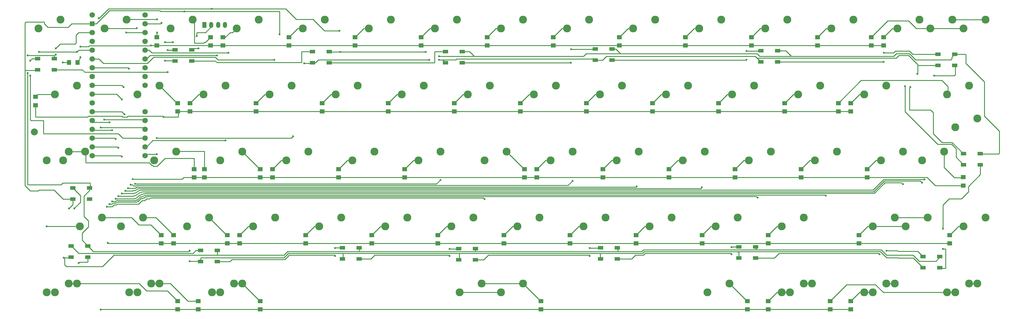
<source format=gbr>
%TF.GenerationSoftware,KiCad,Pcbnew,(6.0.7-1)-1*%
%TF.CreationDate,2022-08-16T21:09:04+02:00*%
%TF.ProjectId,plain60-flex-edition,706c6169-6e36-4302-9d66-6c65782d6564,rev?*%
%TF.SameCoordinates,Original*%
%TF.FileFunction,Copper,L2,Bot*%
%TF.FilePolarity,Positive*%
%FSLAX46Y46*%
G04 Gerber Fmt 4.6, Leading zero omitted, Abs format (unit mm)*
G04 Created by KiCad (PCBNEW (6.0.7-1)-1) date 2022-08-16 21:09:04*
%MOMM*%
%LPD*%
G01*
G04 APERTURE LIST*
G04 Aperture macros list*
%AMRoundRect*
0 Rectangle with rounded corners*
0 $1 Rounding radius*
0 $2 $3 $4 $5 $6 $7 $8 $9 X,Y pos of 4 corners*
0 Add a 4 corners polygon primitive as box body*
4,1,4,$2,$3,$4,$5,$6,$7,$8,$9,$2,$3,0*
0 Add four circle primitives for the rounded corners*
1,1,$1+$1,$2,$3*
1,1,$1+$1,$4,$5*
1,1,$1+$1,$6,$7*
1,1,$1+$1,$8,$9*
0 Add four rect primitives between the rounded corners*
20,1,$1+$1,$2,$3,$4,$5,0*
20,1,$1+$1,$4,$5,$6,$7,0*
20,1,$1+$1,$6,$7,$8,$9,0*
20,1,$1+$1,$8,$9,$2,$3,0*%
G04 Aperture macros list end*
%TA.AperFunction,ComponentPad*%
%ADD10C,2.286000*%
%TD*%
%TA.AperFunction,SMDPad,CuDef*%
%ADD11R,1.400000X1.200000*%
%TD*%
%TA.AperFunction,ComponentPad*%
%ADD12C,2.000000*%
%TD*%
%TA.AperFunction,SMDPad,CuDef*%
%ADD13R,1.200000X1.400000*%
%TD*%
%TA.AperFunction,SMDPad,CuDef*%
%ADD14R,1.500000X1.000000*%
%TD*%
%TA.AperFunction,ComponentPad*%
%ADD15RoundRect,0.250000X-0.350000X-0.625000X0.350000X-0.625000X0.350000X0.625000X-0.350000X0.625000X0*%
%TD*%
%TA.AperFunction,ComponentPad*%
%ADD16O,1.200000X1.750000*%
%TD*%
%TA.AperFunction,ComponentPad*%
%ADD17C,1.574800*%
%TD*%
%TA.AperFunction,ComponentPad*%
%ADD18R,1.473200X1.473200*%
%TD*%
%TA.AperFunction,ViaPad*%
%ADD19C,0.600000*%
%TD*%
%TA.AperFunction,Conductor*%
%ADD20C,0.250000*%
%TD*%
G04 APERTURE END LIST*
D10*
%TO.P,K19,1*%
%TO.N,col3*%
X78740000Y-23495000D03*
%TO.P,K19,2*%
%TO.N,Net-(D19-Pad2)*%
X72390000Y-26035000D03*
%TD*%
%TO.P,K20,1*%
%TO.N,col4*%
X97790000Y-23495000D03*
%TO.P,K20,2*%
%TO.N,Net-(D20-Pad2)*%
X91440000Y-26035000D03*
%TD*%
%TO.P,K23,1*%
%TO.N,col7*%
X154940000Y-23495000D03*
%TO.P,K23,2*%
%TO.N,Net-(D23-Pad2)*%
X148590000Y-26035000D03*
%TD*%
%TO.P,K24,1*%
%TO.N,col8*%
X173990000Y-23495000D03*
%TO.P,K24,2*%
%TO.N,Net-(D24-Pad2)*%
X167640000Y-26035000D03*
%TD*%
%TO.P,K17,1*%
%TO.N,Net-(D17-Pad2)*%
X40640000Y-23495000D03*
%TO.P,K17,2*%
%TO.N,col1*%
X34290000Y-26035000D03*
%TD*%
%TO.P,K22,1*%
%TO.N,col6*%
X135890000Y-23495000D03*
%TO.P,K22,2*%
%TO.N,Net-(D22-Pad2)*%
X129540000Y-26035000D03*
%TD*%
%TO.P,K21,1*%
%TO.N,col5*%
X116840000Y-23495000D03*
%TO.P,K21,2*%
%TO.N,Net-(D21-Pad2)*%
X110490000Y-26035000D03*
%TD*%
%TO.P,K18,1*%
%TO.N,col2*%
X59690000Y-23495000D03*
%TO.P,K18,2*%
%TO.N,Net-(D18-Pad2)*%
X53340000Y-26035000D03*
%TD*%
%TO.P,K16,1*%
%TO.N,col0*%
X16827500Y-23495000D03*
%TO.P,K16,2*%
%TO.N,Net-(D16-Pad2)*%
X10477500Y-26035000D03*
%TD*%
%TO.P,K15,1*%
%TO.N,col14*%
X269240000Y-4445000D03*
%TO.P,K15,2*%
%TO.N,Net-(D15-Pad2)*%
X262890000Y-6985000D03*
%TD*%
%TO.P,K8,1*%
%TO.N,col7*%
X145415000Y-4445000D03*
%TO.P,K8,2*%
%TO.N,Net-(D8-Pad2)*%
X139065000Y-6985000D03*
%TD*%
%TO.P,K10,1*%
%TO.N,col9*%
X183515000Y-4445000D03*
%TO.P,K10,2*%
%TO.N,Net-(D10-Pad2)*%
X177165000Y-6985000D03*
%TD*%
%TO.P,K14,1*%
%TO.N,col13*%
X259715000Y-4445000D03*
%TO.P,K14,2*%
%TO.N,Net-(D14-Pad2)*%
X253365000Y-6985000D03*
%TD*%
%TO.P,K5,1*%
%TO.N,col4*%
X88265000Y-4445000D03*
%TO.P,K5,2*%
%TO.N,Net-(D5-Pad2)*%
X81915000Y-6985000D03*
%TD*%
%TO.P,K13,1*%
%TO.N,col12*%
X240665000Y-4445000D03*
%TO.P,K13,2*%
%TO.N,Net-(D13-Pad2)*%
X234315000Y-6985000D03*
%TD*%
%TO.P,K12,1*%
%TO.N,col11*%
X221615000Y-4445000D03*
%TO.P,K12,2*%
%TO.N,Net-(D12-Pad2)*%
X215265000Y-6985000D03*
%TD*%
%TO.P,K11,1*%
%TO.N,col10*%
X202565000Y-4445000D03*
%TO.P,K11,2*%
%TO.N,Net-(D11-Pad2)*%
X196215000Y-6985000D03*
%TD*%
%TO.P,K9,1*%
%TO.N,col8*%
X164465000Y-4445000D03*
%TO.P,K9,2*%
%TO.N,Net-(D9-Pad2)*%
X158115000Y-6985000D03*
%TD*%
%TO.P,K7,1*%
%TO.N,col6*%
X126365000Y-4445000D03*
%TO.P,K7,2*%
%TO.N,Net-(D7-Pad2)*%
X120015000Y-6985000D03*
%TD*%
%TO.P,K6,1*%
%TO.N,col5*%
X107315000Y-4445000D03*
%TO.P,K6,2*%
%TO.N,Net-(D6-Pad2)*%
X100965000Y-6985000D03*
%TD*%
%TO.P,K4,1*%
%TO.N,col3*%
X69215000Y-4445000D03*
%TO.P,K4,2*%
%TO.N,Net-(D4-Pad2)*%
X62865000Y-6985000D03*
%TD*%
%TO.P,K2,1*%
%TO.N,Net-(D2-Pad2)*%
X31115000Y-4445000D03*
%TO.P,K2,2*%
%TO.N,col1*%
X24765000Y-6985000D03*
%TD*%
%TO.P,K1,1*%
%TO.N,Net-(D1-Pad2)*%
X12065000Y-4445000D03*
%TO.P,K1,2*%
%TO.N,col0*%
X5715000Y-6985000D03*
%TD*%
%TO.P,K3,1*%
%TO.N,Net-(D3-Pad2)*%
X50165000Y-4445000D03*
%TO.P,K3,2*%
%TO.N,col2*%
X43815000Y-6985000D03*
%TD*%
%TO.P,K62-1,1*%
%TO.N,Net-(D62-Pad2)*%
X40640000Y-80645000D03*
%TO.P,K62-1,2*%
%TO.N,col1*%
X34290000Y-83185000D03*
%TD*%
%TO.P,K71,1*%
%TO.N,Net-(D71-Pad2)*%
X204946250Y-80645000D03*
%TO.P,K71,2*%
%TO.N,col10*%
X198596250Y-83185000D03*
%TD*%
%TO.P,K53,1*%
%TO.N,col7*%
X150177500Y-61595000D03*
%TO.P,K53,2*%
%TO.N,Net-(D53-Pad2)*%
X143827500Y-64135000D03*
%TD*%
%TO.P,K58-1,1*%
%TO.N,col12*%
X252571460Y-61595056D03*
%TO.P,K58-1,2*%
%TO.N,Net-(D58-Pad2)*%
X246221460Y-64135056D03*
%TD*%
%TO.P,K57,1*%
%TO.N,col11*%
X226377500Y-61595000D03*
%TO.P,K57,2*%
%TO.N,Net-(D57-Pad2)*%
X220027500Y-64135000D03*
%TD*%
%TO.P,K54,1*%
%TO.N,col8*%
X169227500Y-61595000D03*
%TO.P,K54,2*%
%TO.N,Net-(D54-Pad2)*%
X162877500Y-64135000D03*
%TD*%
%TO.P,K56,1*%
%TO.N,col10*%
X207327500Y-61595000D03*
%TO.P,K56,2*%
%TO.N,Net-(D56-Pad2)*%
X200977500Y-64135000D03*
%TD*%
%TO.P,K52,1*%
%TO.N,col6*%
X131127500Y-61595000D03*
%TO.P,K52,2*%
%TO.N,Net-(D52-Pad2)*%
X124777500Y-64135000D03*
%TD*%
%TO.P,K55,1*%
%TO.N,col9*%
X188277500Y-61595000D03*
%TO.P,K55,2*%
%TO.N,Net-(D55-Pad2)*%
X181927500Y-64135000D03*
%TD*%
%TO.P,K61-1,1*%
%TO.N,Net-(D61-Pad2)*%
X16827500Y-80645000D03*
%TO.P,K61-1,2*%
%TO.N,col0*%
X10477500Y-83185000D03*
%TD*%
%TO.P,K15-1,1*%
%TO.N,col14*%
X278765000Y-4445000D03*
%TO.P,K15-1,2*%
%TO.N,Net-(D15-Pad2)*%
X272415000Y-6985000D03*
%TD*%
%TO.P,K74,1*%
%TO.N,col13*%
X276383750Y-80645072D03*
%TO.P,K74,2*%
%TO.N,Net-(D74-Pad2)*%
X270033750Y-83185072D03*
%TD*%
%TO.P,K73,1*%
%TO.N,col12*%
X252571250Y-80645000D03*
%TO.P,K73,2*%
%TO.N,Net-(D73-Pad2)*%
X246221250Y-83185000D03*
%TD*%
%TO.P,K28,1*%
%TO.N,col12*%
X250190000Y-23495000D03*
%TO.P,K28,2*%
%TO.N,Net-(D28-Pad2)*%
X243840000Y-26035000D03*
%TD*%
%TO.P,K48,1*%
%TO.N,Net-(D48-Pad2)*%
X54927500Y-61595000D03*
%TO.P,K48,2*%
%TO.N,col2*%
X48577500Y-64135000D03*
%TD*%
%TO.P,K25,1*%
%TO.N,col9*%
X193040000Y-23495000D03*
%TO.P,K25,2*%
%TO.N,Net-(D25-Pad2)*%
X186690000Y-26035000D03*
%TD*%
%TO.P,K36,1*%
%TO.N,col5*%
X121602500Y-42545000D03*
%TO.P,K36,2*%
%TO.N,Net-(D36-Pad2)*%
X115252500Y-45085000D03*
%TD*%
%TO.P,K33,1*%
%TO.N,Net-(D33-Pad2)*%
X64452500Y-42545000D03*
%TO.P,K33,2*%
%TO.N,col2*%
X58102500Y-45085000D03*
%TD*%
%TO.P,K63,1*%
%TO.N,Net-(D63-Pad2)*%
X62071250Y-80645000D03*
%TO.P,K63,2*%
%TO.N,col2*%
X55721250Y-83185000D03*
%TD*%
%TO.P,K44,1*%
%TO.N,Net-(D44-Pad2)*%
X266858750Y-42545000D03*
%TO.P,K44,2*%
%TO.N,col13*%
X260508750Y-45085000D03*
%TD*%
%TO.P,K72,1*%
%TO.N,col11*%
X228758750Y-80645000D03*
%TO.P,K72,2*%
%TO.N,Net-(D72-Pad2)*%
X222408750Y-83185000D03*
%TD*%
%TO.P,K59,1*%
%TO.N,col13*%
X278765000Y-61595000D03*
%TO.P,K59,2*%
%TO.N,Net-(D59-Pad2)*%
X272415000Y-64135000D03*
%TD*%
%TO.P,K39,1*%
%TO.N,col8*%
X178752500Y-42545000D03*
%TO.P,K39,2*%
%TO.N,Net-(D39-Pad2)*%
X172402500Y-45085000D03*
%TD*%
%TO.P,K61,1*%
%TO.N,Net-(D61-Pad2)*%
X14446250Y-80645000D03*
%TO.P,K61,2*%
%TO.N,col0*%
X8096250Y-83185000D03*
%TD*%
%TO.P,K29,1*%
%TO.N,col13*%
X274002500Y-23495000D03*
%TO.P,K29,2*%
%TO.N,Net-(D29-Pad2)*%
X267652500Y-26035000D03*
%TD*%
%TO.P,K27,1*%
%TO.N,col11*%
X231140000Y-23495000D03*
%TO.P,K27,2*%
%TO.N,Net-(D27-Pad2)*%
X224790000Y-26035000D03*
%TD*%
%TO.P,K63-1,1*%
%TO.N,Net-(D63-Pad2)*%
X64452500Y-80645000D03*
%TO.P,K63-1,2*%
%TO.N,col2*%
X58102500Y-83185000D03*
%TD*%
%TO.P,K50,1*%
%TO.N,col4*%
X93027500Y-61595000D03*
%TO.P,K50,2*%
%TO.N,Net-(D50-Pad2)*%
X86677500Y-64135000D03*
%TD*%
%TO.P,K34,1*%
%TO.N,col3*%
X83502500Y-42545000D03*
%TO.P,K34,2*%
%TO.N,Net-(D34-Pad2)*%
X77152500Y-45085000D03*
%TD*%
%TO.P,K47,1*%
%TO.N,Net-(D47-Pad2)*%
X35877500Y-61595000D03*
%TO.P,K47,2*%
%TO.N,col1*%
X29527500Y-64135000D03*
%TD*%
%TO.P,K43,1*%
%TO.N,col12*%
X254952500Y-42545000D03*
%TO.P,K43,2*%
%TO.N,Net-(D43-Pad2)*%
X248602500Y-45085000D03*
%TD*%
%TO.P,K38,1*%
%TO.N,col7*%
X159702500Y-42545000D03*
%TO.P,K38,2*%
%TO.N,Net-(D38-Pad2)*%
X153352500Y-45085000D03*
%TD*%
%TO.P,K35,1*%
%TO.N,col4*%
X102552500Y-42545000D03*
%TO.P,K35,2*%
%TO.N,Net-(D35-Pad2)*%
X96202500Y-45085000D03*
%TD*%
%TO.P,K32,1*%
%TO.N,Net-(D31-Pad2)*%
X19208750Y-42545000D03*
%TO.P,K32,2*%
%TO.N,col0*%
X12858750Y-45085000D03*
%TD*%
%TO.P,K40,1*%
%TO.N,col9*%
X197802500Y-42545000D03*
%TO.P,K40,2*%
%TO.N,Net-(D40-Pad2)*%
X191452500Y-45085000D03*
%TD*%
%TO.P,K46,1*%
%TO.N,Net-(D46-Pad2)*%
X23971250Y-61595000D03*
%TO.P,K46,2*%
%TO.N,col0*%
X17621250Y-64135000D03*
%TD*%
%TO.P,K42,1*%
%TO.N,col11*%
X235902500Y-42545000D03*
%TO.P,K42,2*%
%TO.N,Net-(D42-Pad2)*%
X229552500Y-45085000D03*
%TD*%
%TO.P,K41,1*%
%TO.N,col10*%
X216852500Y-42545000D03*
%TO.P,K41,2*%
%TO.N,Net-(D41-Pad2)*%
X210502500Y-45085000D03*
%TD*%
%TO.P,K26,1*%
%TO.N,col10*%
X212090000Y-23495000D03*
%TO.P,K26,2*%
%TO.N,Net-(D26-Pad2)*%
X205740000Y-26035000D03*
%TD*%
%TO.P,K37,1*%
%TO.N,Net-(D37-Pad2)*%
X140652500Y-42545000D03*
%TO.P,K37,2*%
%TO.N,col6*%
X134302500Y-45085000D03*
%TD*%
%TO.P,K51,1*%
%TO.N,col5*%
X112077500Y-61595000D03*
%TO.P,K51,2*%
%TO.N,Net-(D51-Pad2)*%
X105727500Y-64135000D03*
%TD*%
%TO.P,K73-1,1*%
%TO.N,col12*%
X250190000Y-80645000D03*
%TO.P,K73-1,2*%
%TO.N,Net-(D73-Pad2)*%
X243840000Y-83185000D03*
%TD*%
%TO.P,K62,1*%
%TO.N,Net-(D62-Pad2)*%
X38258750Y-80645000D03*
%TO.P,K62,2*%
%TO.N,col1*%
X31908750Y-83185000D03*
%TD*%
%TO.P,K49,1*%
%TO.N,col3*%
X73977500Y-61595000D03*
%TO.P,K49,2*%
%TO.N,Net-(D49-Pad2)*%
X67627500Y-64135000D03*
%TD*%
%TO.P,K72-1,1*%
%TO.N,col11*%
X226377500Y-80645000D03*
%TO.P,K72-1,2*%
%TO.N,Net-(D72-Pad2)*%
X220027500Y-83185000D03*
%TD*%
%TO.P,K74-1,1*%
%TO.N,col13*%
X274002728Y-80645072D03*
%TO.P,K74-1,2*%
%TO.N,Net-(D74-Pad2)*%
X267652728Y-83185072D03*
%TD*%
%TO.P,K58,1*%
%TO.N,col12*%
X262096468Y-61595000D03*
%TO.P,K58,2*%
%TO.N,Net-(D58-Pad2)*%
X255746468Y-64135000D03*
%TD*%
%TO.P,K67,1*%
%TO.N,Net-(D67-Pad2)*%
X133508750Y-80645000D03*
%TO.P,K67,2*%
%TO.N,col6*%
X127158750Y-83185000D03*
%TD*%
%TO.P,K67-1,1*%
%TO.N,Net-(D67-Pad2)*%
X145415000Y-80645000D03*
%TO.P,K67-1,2*%
%TO.N,col6*%
X139065000Y-83185000D03*
%TD*%
%TO.P,K44-1,1*%
%TO.N,col13*%
X276383980Y-33020000D03*
%TO.P,K44-1,2*%
%TO.N,Net-(D44-Pad2)*%
X270033980Y-35560000D03*
%TD*%
%TO.P,K31-1,1*%
%TO.N,Net-(D31-Pad2)*%
X14446250Y-42545000D03*
%TO.P,K31-1,2*%
%TO.N,col0*%
X8096250Y-45085000D03*
%TD*%
%TO.P,K31,1*%
%TO.N,Net-(D32-Pad2)*%
X45402500Y-42545000D03*
%TO.P,K31,2*%
%TO.N,col1*%
X39052500Y-45085000D03*
%TD*%
D11*
%TO.P,D73,1,K*%
%TO.N,row4*%
X239911139Y-88115698D03*
%TO.P,D73,2,A*%
%TO.N,Net-(D73-Pad2)*%
X239911139Y-85715698D03*
%TD*%
%TO.P,D72,1,K*%
%TO.N,row4*%
X216098619Y-88115698D03*
%TO.P,D72,2,A*%
%TO.N,Net-(D72-Pad2)*%
X216098619Y-85715698D03*
%TD*%
%TO.P,D71,1,K*%
%TO.N,row4*%
X210145489Y-88115698D03*
%TO.P,D71,2,A*%
%TO.N,Net-(D71-Pad2)*%
X210145489Y-85715698D03*
%TD*%
%TO.P,D67,1,K*%
%TO.N,row4*%
X150614189Y-88115698D03*
%TO.P,D67,2,A*%
%TO.N,Net-(D67-Pad2)*%
X150614189Y-85715698D03*
%TD*%
%TO.P,D63,1,K*%
%TO.N,row4*%
X69651621Y-88115698D03*
%TO.P,D63,2,A*%
%TO.N,Net-(D63-Pad2)*%
X69651621Y-85715698D03*
%TD*%
%TO.P,D59,1,K*%
%TO.N,row3*%
X268486163Y-69065682D03*
%TO.P,D59,2,A*%
%TO.N,Net-(D59-Pad2)*%
X268486163Y-66665682D03*
%TD*%
%TO.P,D58,1,K*%
%TO.N,row3*%
X242292391Y-69065682D03*
%TO.P,D58,2,A*%
%TO.N,Net-(D58-Pad2)*%
X242292391Y-66665682D03*
%TD*%
%TO.P,D57,1,K*%
%TO.N,row3*%
X216098619Y-69065682D03*
%TO.P,D57,2,A*%
%TO.N,Net-(D57-Pad2)*%
X216098619Y-66665682D03*
%TD*%
%TO.P,D56,1,K*%
%TO.N,row3*%
X197048603Y-69065682D03*
%TO.P,D56,2,A*%
%TO.N,Net-(D56-Pad2)*%
X197048603Y-66665682D03*
%TD*%
%TO.P,D53,1,K*%
%TO.N,row3*%
X139898555Y-69065682D03*
%TO.P,D53,2,A*%
%TO.N,Net-(D53-Pad2)*%
X139898555Y-66665682D03*
%TD*%
%TO.P,D51,1,K*%
%TO.N,row3*%
X101798523Y-69065682D03*
%TO.P,D51,2,A*%
%TO.N,Net-(D51-Pad2)*%
X101798523Y-66665682D03*
%TD*%
%TO.P,D50,1,K*%
%TO.N,row3*%
X82748507Y-69065682D03*
%TO.P,D50,2,A*%
%TO.N,Net-(D50-Pad2)*%
X82748507Y-66665682D03*
%TD*%
%TO.P,D27,1,K*%
%TO.N,row1*%
X220861123Y-30965650D03*
%TO.P,D27,2,A*%
%TO.N,Net-(D27-Pad2)*%
X220861123Y-28565650D03*
%TD*%
%TO.P,D42,1,K*%
%TO.N,row2*%
X225623627Y-50015666D03*
%TO.P,D42,2,A*%
%TO.N,Net-(D42-Pad2)*%
X225623627Y-47615666D03*
%TD*%
%TO.P,D18,1,K*%
%TO.N,row1*%
X49410979Y-30965650D03*
%TO.P,D18,2,A*%
%TO.N,Net-(D18-Pad2)*%
X49410979Y-28565650D03*
%TD*%
%TO.P,D25,1,K*%
%TO.N,row1*%
X182761091Y-30965650D03*
%TO.P,D25,2,A*%
%TO.N,Net-(D25-Pad2)*%
X182761091Y-28565650D03*
%TD*%
%TO.P,D41,1,K*%
%TO.N,row2*%
X206573611Y-50015666D03*
%TO.P,D41,2,A*%
%TO.N,Net-(D41-Pad2)*%
X206573611Y-47615666D03*
%TD*%
%TO.P,D36,1,K*%
%TO.N,row2*%
X111323531Y-50015666D03*
%TO.P,D36,2,A*%
%TO.N,Net-(D36-Pad2)*%
X111323531Y-47615666D03*
%TD*%
%TO.P,D31,1,K*%
%TO.N,row2*%
X53578170Y-50015666D03*
%TO.P,D31,2,A*%
%TO.N,Net-(D31-Pad2)*%
X53578170Y-47615666D03*
%TD*%
%TO.P,D40,1,K*%
%TO.N,row2*%
X187523595Y-50015666D03*
%TO.P,D40,2,A*%
%TO.N,Net-(D40-Pad2)*%
X187523595Y-47615666D03*
%TD*%
%TO.P,D37,1,K*%
%TO.N,row2*%
X145851685Y-50015666D03*
%TO.P,D37,2,A*%
%TO.N,Net-(D37-Pad2)*%
X145851685Y-47615666D03*
%TD*%
%TO.P,D32,1,K*%
%TO.N,row2*%
X50601605Y-50015666D03*
%TO.P,D32,2,A*%
%TO.N,Net-(D31-Pad2)*%
X50601605Y-47615666D03*
%TD*%
%TO.P,D34,1,K*%
%TO.N,row2*%
X73223499Y-50015666D03*
%TO.P,D34,2,A*%
%TO.N,Net-(D34-Pad2)*%
X73223499Y-47615666D03*
%TD*%
%TO.P,D21,1,K*%
%TO.N,row1*%
X106561027Y-30965650D03*
%TO.P,D21,2,A*%
%TO.N,Net-(D21-Pad2)*%
X106561027Y-28565650D03*
%TD*%
%TO.P,D26,1,K*%
%TO.N,row1*%
X201811107Y-30965650D03*
%TO.P,D26,2,A*%
%TO.N,Net-(D26-Pad2)*%
X201811107Y-28565650D03*
%TD*%
%TO.P,D22,1,K*%
%TO.N,row1*%
X125611043Y-30965650D03*
%TO.P,D22,2,A*%
%TO.N,Net-(D22-Pad2)*%
X125611043Y-28565650D03*
%TD*%
%TO.P,D24,1,K*%
%TO.N,row1*%
X163711075Y-30965650D03*
%TO.P,D24,2,A*%
%TO.N,Net-(D24-Pad2)*%
X163711075Y-28565650D03*
%TD*%
%TO.P,D43,1,K*%
%TO.N,row2*%
X244673643Y-50015666D03*
%TO.P,D43,2,A*%
%TO.N,Net-(D43-Pad2)*%
X244673643Y-47615666D03*
%TD*%
%TO.P,D38,1,K*%
%TO.N,row2*%
X149423563Y-50015666D03*
%TO.P,D38,2,A*%
%TO.N,Net-(D38-Pad2)*%
X149423563Y-47615666D03*
%TD*%
%TO.P,D35,1,K*%
%TO.N,row2*%
X92273515Y-50015666D03*
%TO.P,D35,2,A*%
%TO.N,Net-(D35-Pad2)*%
X92273515Y-47615666D03*
%TD*%
%TO.P,D48,1,K*%
%TO.N,row3*%
X60126613Y-69065682D03*
%TO.P,D48,2,A*%
%TO.N,Net-(D48-Pad2)*%
X60126613Y-66665682D03*
%TD*%
%TO.P,D54,1,K*%
%TO.N,row3*%
X158948571Y-69065682D03*
%TO.P,D54,2,A*%
%TO.N,Net-(D54-Pad2)*%
X158948571Y-66665682D03*
%TD*%
%TO.P,D44,1,K*%
%TO.N,row2*%
X272297287Y-52356061D03*
%TO.P,D44,2,A*%
%TO.N,Net-(D44-Pad2)*%
X272297287Y-49956061D03*
%TD*%
%TO.P,D62,1,K*%
%TO.N,row4*%
X51792231Y-88115698D03*
%TO.P,D62,2,A*%
%TO.N,Net-(D62-Pad2)*%
X51792231Y-85715698D03*
%TD*%
%TO.P,D39,1,K*%
%TO.N,row2*%
X168473579Y-50015666D03*
%TO.P,D39,2,A*%
%TO.N,Net-(D39-Pad2)*%
X168473579Y-47615666D03*
%TD*%
%TO.P,D20,1,K*%
%TO.N,row1*%
X87511011Y-30965650D03*
%TO.P,D20,2,A*%
%TO.N,Net-(D20-Pad2)*%
X87511011Y-28565650D03*
%TD*%
%TO.P,D28,1,K*%
%TO.N,row1*%
X239911139Y-30965650D03*
%TO.P,D28,2,A*%
%TO.N,Net-(D28-Pad2)*%
X239911139Y-28565650D03*
%TD*%
%TO.P,D33,1,K*%
%TO.N,row2*%
X69651621Y-50015666D03*
%TO.P,D33,2,A*%
%TO.N,Net-(D33-Pad2)*%
X69651621Y-47615666D03*
%TD*%
%TO.P,D23,1,K*%
%TO.N,row1*%
X144661059Y-30965650D03*
%TO.P,D23,2,A*%
%TO.N,Net-(D23-Pad2)*%
X144661059Y-28565650D03*
%TD*%
%TO.P,D55,1,K*%
%TO.N,row3*%
X177998587Y-69065682D03*
%TO.P,D55,2,A*%
%TO.N,Net-(D55-Pad2)*%
X177998587Y-66665682D03*
%TD*%
%TO.P,D52,1,K*%
%TO.N,row3*%
X120848539Y-69065682D03*
%TO.P,D52,2,A*%
%TO.N,Net-(D52-Pad2)*%
X120848539Y-66665682D03*
%TD*%
%TO.P,D19,1,K*%
%TO.N,row1*%
X68460995Y-30965650D03*
%TO.P,D19,2,A*%
%TO.N,Net-(D19-Pad2)*%
X68460995Y-28565650D03*
%TD*%
%TO.P,D10,1,K*%
%TO.N,row0*%
X173236083Y-11915634D03*
%TO.P,D10,2,A*%
%TO.N,Net-(D10-Pad2)*%
X173236083Y-9515634D03*
%TD*%
%TO.P,D14,1,K*%
%TO.N,row0*%
X249436147Y-11915634D03*
%TO.P,D14,2,A*%
%TO.N,Net-(D14-Pad2)*%
X249436147Y-9515634D03*
%TD*%
%TO.P,D9,1,K*%
%TO.N,row0*%
X154186067Y-11915634D03*
%TO.P,D9,2,A*%
%TO.N,Net-(D9-Pad2)*%
X154186067Y-9515634D03*
%TD*%
%TO.P,D13,1,K*%
%TO.N,row0*%
X230386131Y-11915634D03*
%TO.P,D13,2,A*%
%TO.N,Net-(D13-Pad2)*%
X230386131Y-9515634D03*
%TD*%
%TO.P,D11,1,K*%
%TO.N,row0*%
X192286099Y-11915634D03*
%TO.P,D11,2,A*%
%TO.N,Net-(D11-Pad2)*%
X192286099Y-9515634D03*
%TD*%
%TO.P,D15,1,K*%
%TO.N,row0*%
X245864269Y-11915634D03*
%TO.P,D15,2,A*%
%TO.N,Net-(D15-Pad2)*%
X245864269Y-9515634D03*
%TD*%
%TO.P,D17,1,K*%
%TO.N,row1*%
X45839101Y-30965650D03*
%TO.P,D17,2,A*%
%TO.N,Net-(D17-Pad2)*%
X45839101Y-28565650D03*
%TD*%
%TO.P,D16,1,K*%
%TO.N,row1*%
X4835287Y-29172061D03*
%TO.P,D16,2,A*%
%TO.N,Net-(D16-Pad2)*%
X4835287Y-26772061D03*
%TD*%
%TO.P,D12,1,K*%
%TO.N,row0*%
X211336115Y-11915634D03*
%TO.P,D12,2,A*%
%TO.N,Net-(D12-Pad2)*%
X211336115Y-9515634D03*
%TD*%
%TO.P,D7,1,K*%
%TO.N,row0*%
X116086035Y-11915634D03*
%TO.P,D7,2,A*%
%TO.N,Net-(D7-Pad2)*%
X116086035Y-9515634D03*
%TD*%
%TO.P,D3,1,K*%
%TO.N,row0*%
X55364109Y-11915634D03*
%TO.P,D3,2,A*%
%TO.N,Net-(D3-Pad2)*%
X55364109Y-9515634D03*
%TD*%
%TO.P,D5,1,K*%
%TO.N,row0*%
X77986003Y-11915634D03*
%TO.P,D5,2,A*%
%TO.N,Net-(D5-Pad2)*%
X77986003Y-9515634D03*
%TD*%
%TO.P,D8,1,K*%
%TO.N,row0*%
X135136051Y-11915634D03*
%TO.P,D8,2,A*%
%TO.N,Net-(D8-Pad2)*%
X135136051Y-9515634D03*
%TD*%
%TO.P,D6,1,K*%
%TO.N,row0*%
X97036019Y-11915634D03*
%TO.P,D6,2,A*%
%TO.N,Net-(D6-Pad2)*%
X97036019Y-9515634D03*
%TD*%
%TO.P,D4,1,K*%
%TO.N,row0*%
X58935987Y-11915634D03*
%TO.P,D4,2,A*%
%TO.N,Net-(D4-Pad2)*%
X58935987Y-9515634D03*
%TD*%
D12*
%TO.P,H1,1,Pin_1*%
%TO.N,Net-(H1-Pad1)*%
X4524382Y-36909406D03*
%TD*%
D11*
%TO.P,D74,1,K*%
%TO.N,row4*%
X233958009Y-88115698D03*
%TO.P,D74,2,A*%
%TO.N,Net-(D74-Pad2)*%
X233958009Y-85715698D03*
%TD*%
%TO.P,D49,1,K*%
%TO.N,row3*%
X63698491Y-69065682D03*
%TO.P,D49,2,A*%
%TO.N,Net-(D49-Pad2)*%
X63698491Y-66665682D03*
%TD*%
%TO.P,D46,1,K*%
%TO.N,row3*%
X41076597Y-69065682D03*
%TO.P,D46,2,A*%
%TO.N,Net-(D46-Pad2)*%
X41076597Y-66665682D03*
%TD*%
%TO.P,D29,1,K*%
%TO.N,row1*%
X236339261Y-30965650D03*
%TO.P,D29,2,A*%
%TO.N,Net-(D29-Pad2)*%
X236339261Y-28565650D03*
%TD*%
D13*
%TO.P,D1,1,K*%
%TO.N,row0*%
X16957287Y-16796061D03*
%TO.P,D1,2,A*%
%TO.N,Net-(D1-Pad2)*%
X14557287Y-16796061D03*
%TD*%
D11*
%TO.P,D47,1,K*%
%TO.N,row3*%
X44648475Y-69065682D03*
%TO.P,D47,2,A*%
%TO.N,Net-(D47-Pad2)*%
X44648475Y-66665682D03*
%TD*%
%TO.P,D2,1,K*%
%TO.N,row0*%
X39885971Y-11915634D03*
%TO.P,D2,2,A*%
%TO.N,Net-(D2-Pad2)*%
X39885971Y-9515634D03*
%TD*%
%TO.P,D61,1,K*%
%TO.N,row4*%
X45839101Y-88115698D03*
%TO.P,D61,2,A*%
%TO.N,Net-(D61-Pad2)*%
X45839101Y-85715698D03*
%TD*%
D14*
%TO.P,LED8,1,VDD*%
%TO.N,5V*%
X277287287Y-43136061D03*
%TO.P,LED8,2,DOUT*%
%TO.N,Net-(LED8-Pad2)*%
X277287287Y-46336061D03*
%TO.P,LED8,3,VSS*%
%TO.N,GND*%
X272387287Y-46336061D03*
%TO.P,LED8,4,DIN*%
%TO.N,Net-(LED7-Pad2)*%
X272387287Y-43136061D03*
%TD*%
%TO.P,LED5,1,VDD*%
%TO.N,5V*%
X171115287Y-12910061D03*
%TO.P,LED5,2,DOUT*%
%TO.N,Net-(LED5-Pad2)*%
X171115287Y-16110061D03*
%TO.P,LED5,3,VSS*%
%TO.N,GND*%
X166215287Y-16110061D03*
%TO.P,LED5,4,DIN*%
%TO.N,Net-(LED4-Pad2)*%
X166215287Y-12910061D03*
%TD*%
%TO.P,LED12,1,VDD*%
%TO.N,5V*%
X126845287Y-73768061D03*
%TO.P,LED12,2,DOUT*%
%TO.N,Net-(LED12-Pad2)*%
X126845287Y-70568061D03*
%TO.P,LED12,3,VSS*%
%TO.N,GND*%
X131745287Y-70568061D03*
%TO.P,LED12,4,DIN*%
%TO.N,Net-(LED11-Pad2)*%
X131745287Y-73768061D03*
%TD*%
%TO.P,LED1,1,VDD*%
%TO.N,5V*%
X10333287Y-15704061D03*
%TO.P,LED1,2,DOUT*%
%TO.N,Net-(LED1-Pad2)*%
X10333287Y-18904061D03*
%TO.P,LED1,3,VSS*%
%TO.N,GND*%
X5433287Y-18904061D03*
%TO.P,LED1,4,DIN*%
%TO.N,rgb R1*%
X5433287Y-15704061D03*
%TD*%
D15*
%TO.P,J1,1*%
%TO.N,GND*%
X53518574Y-6018077D03*
D16*
%TO.P,J1,2*%
%TO.N,5V*%
X55518574Y-6018077D03*
%TO.P,J1,3*%
%TO.N,display SDA*%
X57518574Y-6018077D03*
%TO.P,J1,4*%
%TO.N,display SCL*%
X59518574Y-6018077D03*
%TD*%
D14*
%TO.P,LED7,1,VDD*%
%TO.N,5V*%
X269921287Y-14434061D03*
%TO.P,LED7,2,DOUT*%
%TO.N,Net-(LED7-Pad2)*%
X269921287Y-17634061D03*
%TO.P,LED7,3,VSS*%
%TO.N,GND*%
X265021287Y-17634061D03*
%TO.P,LED7,4,DIN*%
%TO.N,Net-(LED6-Pad2)*%
X265021287Y-14434061D03*
%TD*%
%TO.P,LED11,1,VDD*%
%TO.N,5V*%
X167739287Y-73514061D03*
%TO.P,LED11,2,DOUT*%
%TO.N,Net-(LED11-Pad2)*%
X167739287Y-70314061D03*
%TO.P,LED11,3,VSS*%
%TO.N,GND*%
X172639287Y-70314061D03*
%TO.P,LED11,4,DIN*%
%TO.N,Net-(LED10-Pad2)*%
X172639287Y-73514061D03*
%TD*%
%TO.P,LED15,1,VDD*%
%TO.N,5V*%
X19985287Y-69806061D03*
%TO.P,LED15,2,DOUT*%
%TO.N,Net-(LED15-Pad2)*%
X19985287Y-73006061D03*
%TO.P,LED15,3,VSS*%
%TO.N,GND*%
X15085287Y-73006061D03*
%TO.P,LED15,4,DIN*%
%TO.N,Net-(LED14-Pad2)*%
X15085287Y-69806061D03*
%TD*%
%TO.P,LED10,1,VDD*%
%TO.N,5V*%
X207617287Y-73260061D03*
%TO.P,LED10,2,DOUT*%
%TO.N,Net-(LED10-Pad2)*%
X207617287Y-70060061D03*
%TO.P,LED10,3,VSS*%
%TO.N,GND*%
X212517287Y-70060061D03*
%TO.P,LED10,4,DIN*%
%TO.N,Net-(LED10-Pad4)*%
X212517287Y-73260061D03*
%TD*%
%TO.P,LED4,1,VDD*%
%TO.N,5V*%
X127935287Y-13672061D03*
%TO.P,LED4,2,DOUT*%
%TO.N,Net-(LED4-Pad2)*%
X127935287Y-16872061D03*
%TO.P,LED4,3,VSS*%
%TO.N,GND*%
X123035287Y-16872061D03*
%TO.P,LED4,4,DIN*%
%TO.N,Net-(LED3-Pad2)*%
X123035287Y-13672061D03*
%TD*%
%TO.P,LED6,1,VDD*%
%TO.N,5V*%
X218867287Y-13418061D03*
%TO.P,LED6,2,DOUT*%
%TO.N,Net-(LED6-Pad2)*%
X218867287Y-16618061D03*
%TO.P,LED6,3,VSS*%
%TO.N,GND*%
X213967287Y-16618061D03*
%TO.P,LED6,4,DIN*%
%TO.N,Net-(LED5-Pad2)*%
X213967287Y-13418061D03*
%TD*%
%TO.P,LED16,1,VDD*%
%TO.N,5V*%
X20493287Y-53042061D03*
%TO.P,LED16,2,DOUT*%
%TO.N,unconnected-(LED16-Pad2)*%
X20493287Y-56242061D03*
%TO.P,LED16,3,VSS*%
%TO.N,GND*%
X15593287Y-56242061D03*
%TO.P,LED16,4,DIN*%
%TO.N,Net-(LED15-Pad2)*%
X15593287Y-53042061D03*
%TD*%
%TO.P,LED14,1,VDD*%
%TO.N,5V*%
X52423287Y-74276061D03*
%TO.P,LED14,2,DOUT*%
%TO.N,Net-(LED14-Pad2)*%
X52423287Y-71076061D03*
%TO.P,LED14,3,VSS*%
%TO.N,GND*%
X57323287Y-71076061D03*
%TO.P,LED14,4,DIN*%
%TO.N,Net-(LED13-Pad2)*%
X57323287Y-74276061D03*
%TD*%
D17*
%TO.P,U1,1,VBAT*%
%TO.N,unconnected-(U1-Pad1)*%
X21238287Y-3080061D03*
D18*
%TO.P,U1,2,GND*%
%TO.N,GND*%
X21238287Y-5620061D03*
D17*
%TO.P,U1,3,5V*%
%TO.N,5V*%
X21238287Y-8160061D03*
%TO.P,U1,4,3V3*%
%TO.N,unconnected-(U1-Pad4)*%
X21238287Y-10700061D03*
%TO.P,U1,5,IO1*%
%TO.N,col0*%
X21238287Y-13240061D03*
%TO.P,U1,6,IO2*%
%TO.N,col4*%
X21238287Y-15780061D03*
%TO.P,U1,7,IO3*%
%TO.N,col5*%
X21238287Y-18320061D03*
%TO.P,U1,8,IO4*%
%TO.N,col6*%
X21238287Y-20860061D03*
%TO.P,U1,9,IO5*%
%TO.N,col7*%
X21238287Y-23400061D03*
%TO.P,U1,10,IO21*%
%TO.N,col8*%
X21238287Y-25940061D03*
%TO.P,U1,11,IO0*%
%TO.N,unconnected-(U1-Pad11)*%
X21238287Y-28480061D03*
%TO.P,U1,12,LDO2_OUT*%
%TO.N,col9*%
X21238287Y-31020061D03*
%TO.P,U1,13,IO16*%
%TO.N,col10*%
X21238287Y-33560061D03*
%TO.P,U1,14,IO15*%
%TO.N,col11*%
X21238287Y-36100061D03*
%TO.P,U1,15,IO14*%
%TO.N,col12*%
X21238287Y-38640061D03*
%TO.P,U1,16,IO13*%
%TO.N,col13*%
X21238287Y-41180061D03*
%TO.P,U1,17,IO12*%
%TO.N,col14*%
X21238287Y-43720061D03*
%TO.P,U1,18,IO42*%
%TO.N,col3*%
X36478287Y-43720061D03*
%TO.P,U1,19,IO41*%
%TO.N,col2*%
X36478287Y-41180061D03*
%TO.P,U1,20,IO40*%
%TO.N,rgb R1*%
X36478287Y-38640061D03*
%TO.P,U1,21,IO39*%
%TO.N,row4*%
X36478287Y-36100061D03*
%TO.P,U1,22,IO38*%
%TO.N,row3*%
X36478287Y-33560061D03*
%TO.P,U1,23,RX*%
%TO.N,rx*%
X36478287Y-31020061D03*
%TO.P,U1,26,RST*%
%TO.N,unconnected-(U1-Pad26)*%
X36478287Y-23400061D03*
%TO.P,U1,27,IO6*%
%TO.N,pin27 unused*%
X36478287Y-20860061D03*
%TO.P,U1,28,IO7*%
%TO.N,col1*%
X36478287Y-18320061D03*
%TO.P,U1,29,IO8*%
%TO.N,display SDA*%
X36478287Y-15780061D03*
%TO.P,U1,30,IO9*%
%TO.N,display SCL*%
X36478287Y-13240061D03*
%TO.P,U1,31,IO34*%
%TO.N,pin31 unused*%
X36478287Y-10700061D03*
%TO.P,U1,32,IO36*%
%TO.N,row2*%
X36478287Y-8160061D03*
%TO.P,U1,33,IO37*%
%TO.N,row1*%
X36478287Y-5620061D03*
%TO.P,U1,34,IO35*%
%TO.N,row0*%
X36478287Y-3080061D03*
%TD*%
D14*
%TO.P,LED9,1,VDD*%
%TO.N,5V*%
X260703287Y-76054061D03*
%TO.P,LED9,2,DOUT*%
%TO.N,Net-(LED10-Pad4)*%
X260703287Y-72854061D03*
%TO.P,LED9,3,VSS*%
%TO.N,GND*%
X265603287Y-72854061D03*
%TO.P,LED9,4,DIN*%
%TO.N,Net-(LED8-Pad2)*%
X265603287Y-76054061D03*
%TD*%
%TO.P,LED13,1,VDD*%
%TO.N,5V*%
X93317287Y-73514061D03*
%TO.P,LED13,2,DOUT*%
%TO.N,Net-(LED13-Pad2)*%
X93317287Y-70314061D03*
%TO.P,LED13,3,VSS*%
%TO.N,GND*%
X98217287Y-70314061D03*
%TO.P,LED13,4,DIN*%
%TO.N,Net-(LED12-Pad2)*%
X98217287Y-73514061D03*
%TD*%
%TO.P,LED2,1,VDD*%
%TO.N,5V*%
X49957287Y-13164061D03*
%TO.P,LED2,2,DOUT*%
%TO.N,Net-(LED2-Pad2)*%
X49957287Y-16364061D03*
%TO.P,LED2,3,VSS*%
%TO.N,GND*%
X45057287Y-16364061D03*
%TO.P,LED2,4,DIN*%
%TO.N,Net-(LED1-Pad2)*%
X45057287Y-13164061D03*
%TD*%
%TO.P,LED3,1,VDD*%
%TO.N,5V*%
X89581287Y-13672061D03*
%TO.P,LED3,2,DOUT*%
%TO.N,Net-(LED3-Pad2)*%
X89581287Y-16872061D03*
%TO.P,LED3,3,VSS*%
%TO.N,GND*%
X84681287Y-16872061D03*
%TO.P,LED3,4,DIN*%
%TO.N,Net-(LED2-Pad2)*%
X84681287Y-13672061D03*
%TD*%
D19*
%TO.N,GND*%
X47761287Y-2064061D03*
X12963287Y-73184061D03*
X42173287Y-16288061D03*
X75193287Y-8668061D03*
X82305287Y-17050061D03*
X259089287Y-20098061D03*
X14487287Y-58960061D03*
X42173287Y-10954061D03*
X118373287Y-16034061D03*
X255533287Y-23654061D03*
X44459287Y-10954061D03*
X121167287Y-16034061D03*
%TO.N,row0*%
X17789287Y-12224061D03*
X17789287Y-15272061D03*
X38109406Y-11915634D03*
%TO.N,Net-(D1-Pad2)*%
X12709287Y-16796061D03*
%TO.N,Net-(D2-Pad2)*%
X39887287Y-8160061D03*
X39887287Y-4350061D03*
%TO.N,row1*%
X41157287Y-5366061D03*
X41781787Y-32544061D03*
%TO.N,row2*%
X32901715Y-50545741D03*
X30997287Y-8160061D03*
%TO.N,row3*%
X24647287Y-33306061D03*
X25663287Y-68866061D03*
%TO.N,row4*%
X23631287Y-88170061D03*
X23631287Y-35592061D03*
%TO.N,5V*%
X117357287Y-13748061D03*
X23062698Y-4035472D03*
X51825287Y-12732061D03*
X92719287Y-13748061D03*
X2549287Y-19844061D03*
X2549287Y-14764061D03*
X49285287Y-74200061D03*
X92465287Y-7652061D03*
X10677287Y-14510061D03*
X121167287Y-15018061D03*
X10677287Y-12732061D03*
X49285287Y-71152061D03*
X55635287Y-1302061D03*
X51317287Y-9176061D03*
%TO.N,col0*%
X5851287Y-13748061D03*
X16773287Y-13748061D03*
X8096250Y-64135000D03*
%TO.N,col1*%
X34045287Y-6890061D03*
%TO.N,col2*%
X59690000Y-39319845D03*
%TO.N,col3*%
X39830598Y-43328561D03*
X79117081Y-38159580D03*
X39830598Y-38691673D03*
%TO.N,col4*%
X73669287Y-16034061D03*
%TO.N,col5*%
X33537287Y-51848061D03*
X121602500Y-50760253D03*
X31759287Y-18574061D03*
%TO.N,col6*%
X25409287Y-58452061D03*
X134302500Y-56316497D03*
%TO.N,col7*%
X30235287Y-23908061D03*
X159702500Y-51038302D03*
X32267287Y-52102061D03*
%TO.N,col8*%
X31505287Y-53118061D03*
X178216771Y-52605728D03*
X29727287Y-27464061D03*
%TO.N,col9*%
X196969123Y-52903377D03*
X30489287Y-31782061D03*
X30743287Y-53880061D03*
%TO.N,col10*%
X26171287Y-34068061D03*
X213042566Y-55879934D03*
X26171287Y-57690061D03*
%TO.N,col11*%
X232687887Y-55284613D03*
X26933287Y-36354061D03*
X26933287Y-56928061D03*
%TO.N,col12*%
X27949287Y-38894061D03*
X27949287Y-56166061D03*
X254952500Y-51950767D03*
%TO.N,col13*%
X28711287Y-55404061D03*
X260508750Y-51553887D03*
X28711287Y-41434061D03*
%TO.N,col14*%
X29727287Y-54642061D03*
X261133750Y-50640666D03*
X29727287Y-43974061D03*
%TO.N,Net-(LED1-Pad2)*%
X42935287Y-13240061D03*
X42935287Y-19590061D03*
%TO.N,rgb R1*%
X3311287Y-16288061D03*
X3311287Y-20606061D03*
%TO.N,display SDA*%
X57159287Y-14764061D03*
%TO.N,display SCL*%
X60461287Y-14002061D03*
%TO.N,Net-(LED4-Pad2)*%
X159267287Y-12986061D03*
X159191287Y-16872061D03*
%TO.N,Net-(LED5-Pad2)*%
X209813287Y-16034061D03*
X209813287Y-13494061D03*
%TO.N,Net-(LED6-Pad2)*%
X249437287Y-14002061D03*
X249361287Y-16618061D03*
%TO.N,Net-(LED7-Pad2)*%
X257057287Y-23908061D03*
X263915287Y-20606061D03*
%TO.N,Net-(LED8-Pad2)*%
X266455287Y-70644061D03*
X266455287Y-64802061D03*
%TO.N,Net-(LED10-Pad4)*%
X250199287Y-71152061D03*
X248167287Y-72168061D03*
%TO.N,Net-(LED10-Pad2)*%
X205495287Y-70136061D03*
X205495287Y-72168061D03*
%TO.N,Net-(LED11-Pad2)*%
X164601287Y-70390061D03*
X164601287Y-72676061D03*
%TO.N,Net-(LED12-Pad2)*%
X124215287Y-72676061D03*
X124215287Y-70644061D03*
%TO.N,Net-(LED13-Pad2)*%
X91195287Y-70390061D03*
X91195287Y-72676061D03*
%TO.N,Net-(LED15-Pad2)*%
X16011287Y-58960061D03*
X17281287Y-74708061D03*
%TD*%
D20*
%TO.N,GND*%
X213115287Y-15526061D02*
X252993287Y-15526061D01*
X26171287Y-1810061D02*
X40649287Y-1810061D01*
X82305287Y-17050061D02*
X84503287Y-17050061D01*
X76463287Y-72422061D02*
X57413287Y-72422061D01*
X44459287Y-10954061D02*
X42173287Y-10954061D01*
X12799287Y-56242061D02*
X15593287Y-56242061D01*
X212995287Y-15646061D02*
X213115287Y-15526061D01*
X199145287Y-70898061D02*
X211845287Y-70898061D01*
X40903287Y-2064061D02*
X75193287Y-2064061D01*
X1787287Y-5366061D02*
X1787287Y-19082061D01*
X252993287Y-15526061D02*
X253755287Y-14764061D01*
X264423287Y-74200061D02*
X265603287Y-73020061D01*
X21238287Y-5620061D02*
X22361287Y-5620061D01*
X14907287Y-73184061D02*
X15085287Y-73006061D01*
X259597287Y-74200061D02*
X264423287Y-74200061D01*
X85531287Y-16872061D02*
X86369287Y-16034061D01*
X98307287Y-71406061D02*
X77479287Y-71406061D01*
X172729287Y-70404061D02*
X172639287Y-70314061D01*
X5851287Y-53626061D02*
X10183287Y-53626061D01*
X3311287Y-53880061D02*
X5597287Y-53880061D01*
X1787287Y-19082061D02*
X5255287Y-19082061D01*
X172729287Y-71406061D02*
X172729287Y-70404061D01*
X75193287Y-2064061D02*
X75193287Y-8668061D01*
X27441287Y-72422061D02*
X24139287Y-75724061D01*
X212861287Y-70898061D02*
X212517287Y-70554061D01*
X22361287Y-5620061D02*
X26171287Y-1810061D01*
X122197287Y-16034061D02*
X123035287Y-16872061D01*
X121167287Y-16034061D02*
X122197287Y-16034061D01*
X264931287Y-40418061D02*
X268995287Y-40418061D01*
X15593287Y-57854061D02*
X14487287Y-58960061D01*
X5255287Y-19082061D02*
X5433287Y-18904061D01*
X40649287Y-1810061D02*
X40903287Y-2064061D01*
X211845287Y-70898061D02*
X248675287Y-70898061D01*
X166215287Y-16110061D02*
X168335287Y-16110061D01*
X86369287Y-16034061D02*
X118373287Y-16034061D01*
X122197287Y-16034061D02*
X125993287Y-16034061D01*
X13217287Y-75216061D02*
X13217287Y-73438061D01*
X21238287Y-5620061D02*
X15249287Y-5620061D01*
X125993287Y-16034061D02*
X126247287Y-15780061D01*
X256549287Y-14764061D02*
X259179287Y-17394061D01*
X42173287Y-16288061D02*
X44981287Y-16288061D01*
X255533287Y-23654061D02*
X255533287Y-31020061D01*
X12963287Y-73184061D02*
X14907287Y-73184061D01*
X268995287Y-40418061D02*
X270265287Y-41688061D01*
X259179287Y-20008061D02*
X259089287Y-20098061D01*
X98217287Y-70314061D02*
X98217287Y-71316061D01*
X131745287Y-71316061D02*
X131835287Y-71406061D01*
X180095287Y-70898061D02*
X199145287Y-70898061D01*
X253755287Y-14764061D02*
X256549287Y-14764061D01*
X212517287Y-70554061D02*
X212517287Y-70060061D01*
X57323287Y-72332061D02*
X57413287Y-72422061D01*
X101101287Y-71406061D02*
X131835287Y-71406061D01*
X101101287Y-71406061D02*
X98307287Y-71406061D01*
X10183287Y-53626061D02*
X12799287Y-56242061D01*
X168335287Y-16110061D02*
X169427287Y-15018061D01*
X57323287Y-71076061D02*
X57323287Y-72332061D01*
X84681287Y-16872061D02*
X85531287Y-16872061D01*
X1787287Y-19082061D02*
X1787287Y-52356061D01*
X7375287Y-5620061D02*
X7375287Y-5112061D01*
X5597287Y-53880061D02*
X5851287Y-53626061D01*
X1787287Y-52356061D02*
X3311287Y-53880061D01*
X259179287Y-17394061D02*
X259179287Y-17634061D01*
X165885287Y-15780061D02*
X166215287Y-16110061D01*
X255533287Y-31020061D02*
X264931287Y-40418061D01*
X77479287Y-71406061D02*
X76463287Y-72422061D01*
X250199287Y-72422061D02*
X257819287Y-72422061D01*
X212995287Y-15646061D02*
X213967287Y-16618061D01*
X8391287Y-6636061D02*
X7375287Y-5620061D01*
X7375287Y-5112061D02*
X2041287Y-5112061D01*
X212367287Y-15018061D02*
X212995287Y-15646061D01*
X270265287Y-44214061D02*
X272387287Y-46336061D01*
X179587287Y-71406061D02*
X180095287Y-70898061D01*
X57413287Y-72422061D02*
X27441287Y-72422061D01*
X257819287Y-72422061D02*
X259597287Y-74200061D01*
X259179287Y-17634061D02*
X265021287Y-17634061D01*
X98217287Y-71316061D02*
X98307287Y-71406061D01*
X172729287Y-71406061D02*
X177047287Y-71406061D01*
X24139287Y-75724061D02*
X13725287Y-75724061D01*
X13725287Y-75724061D02*
X13217287Y-75216061D01*
X15593287Y-56242061D02*
X15593287Y-57854061D01*
X131835287Y-71406061D02*
X132089287Y-71406061D01*
X84503287Y-17050061D02*
X84681287Y-16872061D01*
X270265287Y-41688061D02*
X270265287Y-44214061D01*
X147075287Y-71406061D02*
X172729287Y-71406061D01*
X132089287Y-71406061D02*
X147075287Y-71406061D01*
X126247287Y-15780061D02*
X165885287Y-15780061D01*
X265603287Y-73020061D02*
X265603287Y-72854061D01*
X131745287Y-70568061D02*
X131745287Y-71316061D01*
X248675287Y-70898061D02*
X250199287Y-72422061D01*
X15249287Y-5620061D02*
X14233287Y-6636061D01*
X169427287Y-15018061D02*
X212367287Y-15018061D01*
X14233287Y-6636061D02*
X8391287Y-6636061D01*
X211845287Y-70898061D02*
X212861287Y-70898061D01*
X259179287Y-17634061D02*
X259179287Y-20008061D01*
X44981287Y-16288061D02*
X45057287Y-16364061D01*
X2041287Y-5112061D02*
X1787287Y-5366061D01*
X177047287Y-71406061D02*
X179587287Y-71406061D01*
X13217287Y-73438061D02*
X12963287Y-73184061D01*
%TO.N,row0*%
X116086035Y-11915634D02*
X135136051Y-11915634D01*
X38109406Y-11915634D02*
X38308860Y-11915634D01*
X39885971Y-11915634D02*
X42853162Y-11915634D01*
X77986003Y-11915634D02*
X97036019Y-11915634D01*
X230386131Y-11915634D02*
X245864269Y-11915634D01*
X38109406Y-11915634D02*
X38109406Y-11969774D01*
X97036019Y-11915634D02*
X116086035Y-11915634D01*
X55364109Y-11915634D02*
X58935987Y-11915634D01*
X245864269Y-11915634D02*
X249436147Y-11915634D01*
X42853162Y-11915634D02*
X55364109Y-11915634D01*
X173236083Y-11915634D02*
X192286099Y-11915634D01*
X20075287Y-12224061D02*
X17789287Y-12224061D01*
X17299969Y-16453379D02*
X16957287Y-16796061D01*
X192286099Y-11915634D02*
X211336115Y-11915634D01*
X38079539Y-11970061D02*
X20329287Y-11970061D01*
X58935987Y-11915634D02*
X77986003Y-11915634D01*
X38308860Y-11915634D02*
X39885971Y-11915634D01*
X211336115Y-11915634D02*
X230386131Y-11915634D01*
X38108140Y-11941460D02*
X38079539Y-11970061D01*
X154186067Y-11915634D02*
X173236083Y-11915634D01*
X20329287Y-11970061D02*
X20075287Y-12224061D01*
X135136051Y-11915634D02*
X154186067Y-11915634D01*
X38108140Y-11941460D02*
G75*
G02*
X38109406Y-11915634I16424860J-792240D01*
G01*
X38109300Y-11970073D02*
G75*
G03*
X38109405Y-11969774I-300J273D01*
G01*
X17299969Y-16453379D02*
G75*
G03*
X17789287Y-15272061I-1181319J1181319D01*
G01*
%TO.N,Net-(D1-Pad2)*%
X14557287Y-16796061D02*
X12709287Y-16796061D01*
%TO.N,Net-(D2-Pad2)*%
X39885971Y-8163238D02*
X39885971Y-9515634D01*
X39887287Y-4350061D02*
X30997287Y-4350061D01*
X39886009Y-8163238D02*
G75*
G02*
X39887288Y-8160062I4491J38D01*
G01*
%TO.N,Net-(D3-Pad2)*%
X53349287Y-11208061D02*
X50660497Y-11208061D01*
X50660497Y-4940497D02*
X50165000Y-4445000D01*
X55361880Y-9515634D02*
X53844440Y-11033074D01*
X50660497Y-11208061D02*
X50660497Y-4940497D01*
X53349287Y-11208058D02*
G75*
G03*
X53844440Y-11033074I-3287J797358D01*
G01*
%TO.N,Net-(D4-Pad2)*%
X60969287Y-8160061D02*
X61689939Y-8160061D01*
X58935987Y-9515634D02*
X59613714Y-9515634D01*
X59613714Y-9515634D02*
X60969287Y-8160061D01*
X61689939Y-8160061D02*
X62865000Y-6985000D01*
%TO.N,Net-(D5-Pad2)*%
X77986003Y-9515634D02*
X80516637Y-6985000D01*
X80516637Y-6985000D02*
X81915000Y-6985000D01*
%TO.N,Net-(D6-Pad2)*%
X97036019Y-9515634D02*
X99566653Y-6985000D01*
X99566653Y-6985000D02*
X100965000Y-6985000D01*
%TO.N,Net-(D7-Pad2)*%
X116086035Y-9515634D02*
X118616669Y-6985000D01*
X118616669Y-6985000D02*
X120015000Y-6985000D01*
%TO.N,Net-(D8-Pad2)*%
X135136051Y-9515634D02*
X137666685Y-6985000D01*
X137666685Y-6985000D02*
X139065000Y-6985000D01*
%TO.N,Net-(D9-Pad2)*%
X154186067Y-9515634D02*
X156716701Y-6985000D01*
X156716701Y-6985000D02*
X158115000Y-6985000D01*
%TO.N,Net-(D10-Pad2)*%
X173236083Y-9515634D02*
X175766717Y-6985000D01*
X175766717Y-6985000D02*
X177165000Y-6985000D01*
%TO.N,Net-(D11-Pad2)*%
X192286099Y-9515634D02*
X194816733Y-6985000D01*
X194816733Y-6985000D02*
X196215000Y-6985000D01*
%TO.N,Net-(D12-Pad2)*%
X211336115Y-9515634D02*
X213866749Y-6985000D01*
X213866749Y-6985000D02*
X215265000Y-6985000D01*
%TO.N,Net-(D13-Pad2)*%
X230386131Y-9515634D02*
X232916765Y-6985000D01*
X232916765Y-6985000D02*
X234315000Y-6985000D01*
%TO.N,Net-(D14-Pad2)*%
X251966781Y-6985000D02*
X253365000Y-6985000D01*
X249436147Y-9515634D02*
X251966781Y-6985000D01*
%TO.N,Net-(D15-Pad2)*%
X272415000Y-6985000D02*
X262890000Y-6985000D01*
X256579903Y-4762504D02*
X253603338Y-4762504D01*
X262890000Y-6985000D02*
X258802399Y-6985000D01*
X258802399Y-6985000D02*
X256579903Y-4762504D01*
X250617399Y-4762504D02*
X253603338Y-4762504D01*
X245864269Y-9515634D02*
X250617399Y-4762504D01*
%TO.N,Net-(D16-Pad2)*%
X10477500Y-26035000D02*
X5572348Y-26035000D01*
X5572348Y-26035000D02*
X4835287Y-26772061D01*
%TO.N,row1*%
X182761091Y-30965650D02*
X201811107Y-30965650D01*
X4835287Y-32544061D02*
X4835287Y-29172061D01*
X45983287Y-32544061D02*
X41665287Y-32544061D01*
X31251287Y-32544061D02*
X29981287Y-32544061D01*
X19821287Y-32544061D02*
X4835287Y-32544061D01*
X201811107Y-30965650D02*
X220861123Y-30965650D01*
X31505287Y-32290061D02*
X31251287Y-32544061D01*
X45983287Y-31313745D02*
X45983287Y-32544061D01*
X220861123Y-30965650D02*
X236339261Y-30965650D01*
X49410979Y-30965650D02*
X68460995Y-30965650D01*
X41527787Y-32290061D02*
X31505287Y-32290061D01*
X40903287Y-5620061D02*
X36478287Y-5620061D01*
X41781787Y-32544061D02*
X41527787Y-32290061D01*
X29727287Y-32290061D02*
X20075287Y-32290061D01*
X87511011Y-30965650D02*
X106561027Y-30965650D01*
X236339261Y-30965650D02*
X239911139Y-30965650D01*
X48210979Y-30965650D02*
X49410979Y-30965650D01*
X163711075Y-30965650D02*
X182761091Y-30965650D01*
X144661059Y-30965650D02*
X163711075Y-30965650D01*
X125611043Y-30965650D02*
X144661059Y-30965650D01*
X45839101Y-30965650D02*
X48210979Y-30965650D01*
X20075287Y-32290061D02*
X19821287Y-32544061D01*
X106561027Y-30965650D02*
X125611043Y-30965650D01*
X68460995Y-30965650D02*
X87511011Y-30965650D01*
X41665287Y-32544061D02*
X41781787Y-32544061D01*
X41157287Y-5366061D02*
X40903287Y-5620061D01*
X29981287Y-32544061D02*
X29727287Y-32290061D01*
X45983253Y-31313745D02*
G75*
G03*
X45839101Y-30965650I-492253J45D01*
G01*
%TO.N,Net-(D17-Pad2)*%
X45839101Y-28565650D02*
X45710650Y-28565650D01*
X45710650Y-28565650D02*
X40640000Y-23495000D01*
%TO.N,Net-(D18-Pad2)*%
X51941629Y-26035000D02*
X53340000Y-26035000D01*
X49410979Y-28565650D02*
X51941629Y-26035000D01*
%TO.N,Net-(D19-Pad2)*%
X70991645Y-26035000D02*
X72390000Y-26035000D01*
X68460995Y-28565650D02*
X70991645Y-26035000D01*
%TO.N,Net-(D20-Pad2)*%
X90041661Y-26035000D02*
X91440000Y-26035000D01*
X87511011Y-28565650D02*
X90041661Y-26035000D01*
%TO.N,Net-(D21-Pad2)*%
X106561027Y-28565650D02*
X109091677Y-26035000D01*
X109091677Y-26035000D02*
X110490000Y-26035000D01*
%TO.N,Net-(D22-Pad2)*%
X125611043Y-28565650D02*
X128141693Y-26035000D01*
X128141693Y-26035000D02*
X129540000Y-26035000D01*
%TO.N,Net-(D23-Pad2)*%
X144661059Y-28565650D02*
X147191709Y-26035000D01*
X147191709Y-26035000D02*
X148590000Y-26035000D01*
%TO.N,Net-(D24-Pad2)*%
X163711075Y-28565650D02*
X166241725Y-26035000D01*
X166241725Y-26035000D02*
X167640000Y-26035000D01*
%TO.N,Net-(D25-Pad2)*%
X182761091Y-28565650D02*
X185291741Y-26035000D01*
X185291741Y-26035000D02*
X186690000Y-26035000D01*
%TO.N,Net-(D26-Pad2)*%
X201811107Y-28565650D02*
X204341757Y-26035000D01*
X204341757Y-26035000D02*
X205740000Y-26035000D01*
%TO.N,Net-(D27-Pad2)*%
X223391773Y-26035000D02*
X224790000Y-26035000D01*
X220861123Y-28565650D02*
X223391773Y-26035000D01*
%TO.N,Net-(D28-Pad2)*%
X242441789Y-26035000D02*
X243840000Y-26035000D01*
X239911139Y-28565650D02*
X242441789Y-26035000D01*
%TO.N,Net-(D29-Pad2)*%
X236339261Y-28565650D02*
X242877912Y-22026999D01*
X266139391Y-22026999D02*
X267907881Y-23795489D01*
X264914703Y-22026999D02*
X266139391Y-22026999D01*
X242877912Y-22026999D02*
X264914703Y-22026999D01*
X267907881Y-23795489D02*
X267907881Y-26035000D01*
%TO.N,row2*%
X187523595Y-50015666D02*
X206573611Y-50015666D01*
X145851685Y-50015666D02*
X149423563Y-50015666D01*
X206573611Y-50015666D02*
X225623627Y-50015666D01*
X30997287Y-8160061D02*
X36478287Y-8160061D01*
X111323531Y-50015666D02*
X145851685Y-50015666D01*
X48825040Y-50015666D02*
X50601605Y-50015666D01*
X264318972Y-52387544D02*
X272265804Y-52387544D01*
X73223499Y-50015666D02*
X92273515Y-50015666D01*
X244673643Y-50015666D02*
X261947094Y-50015666D01*
X47127720Y-50540637D02*
X47652691Y-50015666D01*
X272265804Y-52387544D02*
X272297287Y-52356061D01*
X261947094Y-50015666D02*
X264318972Y-52387544D01*
X50601605Y-50015666D02*
X54173483Y-50015666D01*
X47652691Y-50015666D02*
X48825040Y-50015666D01*
X37927354Y-50540637D02*
X47127720Y-50540637D01*
X225623627Y-50015666D02*
X244673643Y-50015666D01*
X92273515Y-50015666D02*
X111323531Y-50015666D01*
X149423563Y-50015666D02*
X168473579Y-50015666D01*
X54173483Y-50015666D02*
X73223499Y-50015666D01*
X168473579Y-50015666D02*
X187523595Y-50015666D01*
X37927354Y-50540637D02*
X32914037Y-50540637D01*
X32901689Y-50545715D02*
G75*
G02*
X32914037Y-50540637I12311J-12385D01*
G01*
%TO.N,Net-(D31-Pad2)*%
X19313287Y-42649537D02*
X19208750Y-42545000D01*
X38617287Y-46514061D02*
X38363287Y-46514061D01*
X50555287Y-47503845D02*
X50555287Y-44482061D01*
X19313287Y-45752061D02*
X19313287Y-42649537D01*
X39887287Y-46768061D02*
X38871287Y-46768061D01*
X42173287Y-44482061D02*
X39887287Y-46768061D01*
X38871287Y-46768061D02*
X38617287Y-46514061D01*
X53578170Y-42510698D02*
X45485312Y-42510698D01*
X19208750Y-42545000D02*
X14446250Y-42545000D01*
X50555287Y-44482061D02*
X42173287Y-44482061D01*
X37601287Y-45752061D02*
X19313287Y-45752061D01*
X38363287Y-46514061D02*
X37601287Y-45752061D01*
X53578170Y-47615666D02*
X53578170Y-42510698D01*
X50555248Y-47503845D02*
G75*
G03*
X50601605Y-47615666I158152J45D01*
G01*
X45402496Y-42544996D02*
G75*
G02*
X45485312Y-42510698I82804J-82804D01*
G01*
%TO.N,Net-(D33-Pad2)*%
X69651621Y-47615666D02*
X69523166Y-47615666D01*
X69523166Y-47615666D02*
X64452500Y-42545000D01*
%TO.N,Net-(D34-Pad2)*%
X75754165Y-45085000D02*
X77152500Y-45085000D01*
X73223499Y-47615666D02*
X75754165Y-45085000D01*
%TO.N,Net-(D35-Pad2)*%
X94804181Y-45085000D02*
X96202500Y-45085000D01*
X92273515Y-47615666D02*
X94804181Y-45085000D01*
%TO.N,Net-(D36-Pad2)*%
X111323531Y-47615666D02*
X113854197Y-45085000D01*
X113854197Y-45085000D02*
X115252500Y-45085000D01*
%TO.N,Net-(D37-Pad2)*%
X145723166Y-47615666D02*
X140652500Y-42545000D01*
X145851685Y-47615666D02*
X145723166Y-47615666D01*
%TO.N,Net-(D38-Pad2)*%
X149423563Y-47615666D02*
X151954229Y-45085000D01*
X151954229Y-45085000D02*
X153352500Y-45085000D01*
%TO.N,Net-(D39-Pad2)*%
X171004245Y-45085000D02*
X172402500Y-45085000D01*
X168473579Y-47615666D02*
X171004245Y-45085000D01*
%TO.N,Net-(D40-Pad2)*%
X187523595Y-47615666D02*
X190054261Y-45085000D01*
X190054261Y-45085000D02*
X191452500Y-45085000D01*
%TO.N,Net-(D41-Pad2)*%
X206573611Y-47615666D02*
X209104277Y-45085000D01*
X209104277Y-45085000D02*
X210502500Y-45085000D01*
%TO.N,Net-(D42-Pad2)*%
X228154293Y-45085000D02*
X229552500Y-45085000D01*
X225623627Y-47615666D02*
X228154293Y-45085000D01*
%TO.N,Net-(D43-Pad2)*%
X247204309Y-45085000D02*
X248602500Y-45085000D01*
X244673643Y-47615666D02*
X247204309Y-45085000D01*
%TO.N,Net-(D44-Pad2)*%
X266858750Y-42545000D02*
X266858750Y-47171524D01*
X272183287Y-50070061D02*
X272297287Y-49956061D01*
X269757287Y-50070061D02*
X272183287Y-50070061D01*
X266858750Y-47171524D02*
X269757287Y-50070061D01*
%TO.N,row3*%
X24647287Y-33306061D02*
X36224287Y-33306061D01*
X41076597Y-69065682D02*
X44648475Y-69065682D01*
X82748507Y-69065682D02*
X101798523Y-69065682D01*
X41076597Y-69065682D02*
X25607833Y-69065682D01*
X101798523Y-69065682D02*
X120848539Y-69065682D01*
X216098619Y-69065682D02*
X242292391Y-69065682D01*
X216098619Y-69065682D02*
X197048603Y-69065682D01*
X63698491Y-69065682D02*
X82748507Y-69065682D01*
X60126613Y-69065682D02*
X63698491Y-69065682D01*
X242292391Y-69065682D02*
X268486163Y-69065682D01*
X36224287Y-33306061D02*
X36478287Y-33560061D01*
X139898555Y-69065682D02*
X158948571Y-69065682D01*
X25607833Y-69065682D02*
X25607833Y-68999938D01*
X120848539Y-69065682D02*
X139898555Y-69065682D01*
X158948571Y-69065682D02*
X177998587Y-69065682D01*
X44648475Y-69065682D02*
X60126613Y-69065682D01*
X177998587Y-69065682D02*
X197048603Y-69065682D01*
X25663260Y-68866034D02*
G75*
G03*
X25607833Y-68999938I133940J-133866D01*
G01*
%TO.N,Net-(D46-Pad2)*%
X35123467Y-63698491D02*
X34641219Y-63698491D01*
X32537728Y-61595000D02*
X23971250Y-61595000D01*
X34641219Y-63698491D02*
X32537728Y-61595000D01*
X38109406Y-63698491D02*
X35123467Y-63698491D01*
X41076597Y-66665682D02*
X38109406Y-63698491D01*
%TO.N,Net-(D47-Pad2)*%
X39577793Y-61595000D02*
X35877500Y-61595000D01*
X44648475Y-66665682D02*
X39577793Y-61595000D01*
%TO.N,Net-(D48-Pad2)*%
X59998182Y-66665682D02*
X54927500Y-61595000D01*
X60126613Y-66665682D02*
X59998182Y-66665682D01*
%TO.N,Net-(D49-Pad2)*%
X63698491Y-66665682D02*
X66229173Y-64135000D01*
X66229173Y-64135000D02*
X67627500Y-64135000D01*
%TO.N,Net-(D50-Pad2)*%
X82748507Y-66665682D02*
X85279189Y-64135000D01*
X85279189Y-64135000D02*
X86677500Y-64135000D01*
%TO.N,Net-(D51-Pad2)*%
X101798523Y-66665682D02*
X104329205Y-64135000D01*
X104329205Y-64135000D02*
X105727500Y-64135000D01*
%TO.N,Net-(D52-Pad2)*%
X120848539Y-66665682D02*
X123379221Y-64135000D01*
X123379221Y-64135000D02*
X124777500Y-64135000D01*
%TO.N,Net-(D53-Pad2)*%
X142429237Y-64135000D02*
X143827500Y-64135000D01*
X139898555Y-66665682D02*
X142429237Y-64135000D01*
%TO.N,Net-(D54-Pad2)*%
X158948571Y-66665682D02*
X161479253Y-64135000D01*
X161479253Y-64135000D02*
X162877500Y-64135000D01*
%TO.N,Net-(D55-Pad2)*%
X177998587Y-66665682D02*
X180529269Y-64135000D01*
X180529269Y-64135000D02*
X181927500Y-64135000D01*
%TO.N,Net-(D56-Pad2)*%
X197048603Y-66665682D02*
X199579285Y-64135000D01*
X199579285Y-64135000D02*
X200977500Y-64135000D01*
%TO.N,Net-(D57-Pad2)*%
X218629301Y-64135000D02*
X220027500Y-64135000D01*
X216098619Y-66665682D02*
X218629301Y-64135000D01*
%TO.N,Net-(D58-Pad2)*%
X255746412Y-64135056D02*
X255746468Y-64135000D01*
X244823017Y-64135056D02*
X246221460Y-64135056D01*
X246221460Y-64135056D02*
X255746412Y-64135056D01*
X242292391Y-66665682D02*
X244823017Y-64135056D01*
%TO.N,Net-(D59-Pad2)*%
X268486163Y-66665682D02*
X271016845Y-64135000D01*
X271016845Y-64135000D02*
X272415000Y-64135000D01*
%TO.N,Net-(D61-Pad2)*%
X45839101Y-85715698D02*
X42871910Y-82748507D01*
X34805899Y-80645000D02*
X16827500Y-80645000D01*
X36909406Y-82748507D02*
X34805899Y-80645000D01*
X16827500Y-80645000D02*
X14446250Y-80645000D01*
X42871910Y-82748507D02*
X36909406Y-82748507D01*
%TO.N,row4*%
X45829727Y-88106324D02*
X45839101Y-88115698D01*
X69651621Y-88115698D02*
X150614189Y-88115698D01*
X23631287Y-35592061D02*
X35970287Y-35592061D01*
X24711024Y-88106324D02*
X23785161Y-88106324D01*
X35970287Y-35592061D02*
X36478287Y-36100061D01*
X233958009Y-88115698D02*
X239911139Y-88115698D01*
X216098619Y-88115698D02*
X233958009Y-88115698D01*
X45839101Y-88115698D02*
X51792231Y-88115698D01*
X24711024Y-88106324D02*
X45829727Y-88106324D01*
X210145489Y-88115698D02*
X216098619Y-88115698D01*
X150614189Y-88115698D02*
X210145489Y-88115698D01*
X51792231Y-88115698D02*
X69651621Y-88115698D01*
X23631314Y-88170088D02*
G75*
G02*
X23785161Y-88106324I153886J-153812D01*
G01*
%TO.N,Net-(D62-Pad2)*%
X48806292Y-85715698D02*
X43735594Y-80645000D01*
X38258750Y-80645000D02*
X40640000Y-80645000D01*
X42544968Y-80645000D02*
X40640000Y-80645000D01*
X43735594Y-80645000D02*
X42544968Y-80645000D01*
X51792231Y-85715698D02*
X48806292Y-85715698D01*
%TO.N,Net-(D63-Pad2)*%
X62071250Y-80645000D02*
X64452500Y-80645000D01*
X69523198Y-85715698D02*
X64452500Y-80645000D01*
X69651621Y-85715698D02*
X69523198Y-85715698D01*
%TO.N,Net-(D67-Pad2)*%
X150614189Y-85715698D02*
X150485698Y-85715698D01*
X145415000Y-80645000D02*
X133508750Y-80645000D01*
X150485698Y-85715698D02*
X145415000Y-80645000D01*
%TO.N,Net-(D71-Pad2)*%
X210016948Y-85715698D02*
X204946250Y-80645000D01*
X210145489Y-85715698D02*
X210016948Y-85715698D01*
%TO.N,Net-(D72-Pad2)*%
X220027500Y-83185000D02*
X222408750Y-83185000D01*
X218629317Y-83185000D02*
X220027500Y-83185000D01*
X216098619Y-85715698D02*
X218629317Y-83185000D01*
%TO.N,Net-(D73-Pad2)*%
X243840000Y-83185000D02*
X246221250Y-83185000D01*
X242441837Y-83185000D02*
X243840000Y-83185000D01*
X239911139Y-85715698D02*
X242441837Y-83185000D01*
%TO.N,Net-(D74-Pad2)*%
X233958009Y-85715698D02*
X238711139Y-80962568D01*
X249277399Y-83185072D02*
X267652728Y-83185072D01*
X247054895Y-80962568D02*
X249277399Y-83185072D01*
X238711139Y-80962568D02*
X247054895Y-80962568D01*
X267652728Y-83185072D02*
X270033750Y-83185072D01*
%TO.N,5V*%
X55518574Y-6018077D02*
X55518574Y-6498774D01*
X76463287Y-73184061D02*
X77733287Y-71914061D01*
X250199287Y-73184061D02*
X253501287Y-73184061D01*
X16519287Y-8922061D02*
X16519287Y-11208061D01*
X89163287Y-71914061D02*
X93481287Y-71914061D01*
X117103287Y-13748061D02*
X117357287Y-13748061D01*
X207273287Y-71406061D02*
X207617287Y-71750061D01*
X121167287Y-15018061D02*
X131327287Y-15018061D01*
X268995287Y-15780061D02*
X268741287Y-16034061D01*
X221167287Y-13418061D02*
X218867287Y-13418061D01*
X101101287Y-71914061D02*
X123707287Y-71914061D01*
X49031287Y-71406061D02*
X49285287Y-71152061D01*
X84845287Y-4350061D02*
X88147287Y-7652061D01*
X222513287Y-15018061D02*
X252231287Y-15018061D01*
X180349287Y-71406061D02*
X200161287Y-71406061D01*
X52423287Y-74276061D02*
X52423287Y-73348061D01*
X272983287Y-14434061D02*
X269921287Y-14434061D01*
X93481287Y-73350061D02*
X93317287Y-73514061D01*
X269921287Y-14434061D02*
X268995287Y-15360061D01*
X18805287Y-61246061D02*
X20075287Y-62516061D01*
X177301287Y-71914061D02*
X179841287Y-71914061D01*
X127009287Y-71914061D02*
X130057287Y-71914061D01*
X50389287Y-12732061D02*
X49957287Y-13164061D01*
X213623287Y-15018061D02*
X222513287Y-15018061D01*
X21585287Y-71406061D02*
X19985287Y-69806061D01*
X92719287Y-13748061D02*
X89657287Y-13748061D01*
X222767287Y-15018061D02*
X221167287Y-13418061D01*
X163585287Y-14256061D02*
X162823287Y-15018061D01*
X10243287Y-14764061D02*
X2549287Y-14764061D01*
X167649287Y-71914061D02*
X167649287Y-73424061D01*
X268995287Y-15360061D02*
X268995287Y-15780061D01*
X10677287Y-14510061D02*
X10333287Y-14854061D01*
X20493287Y-53042061D02*
X20493287Y-53716061D01*
X18297287Y-68118061D02*
X19985287Y-69806061D01*
X76971287Y-1302061D02*
X80019287Y-4350061D01*
X282711287Y-36608061D02*
X278393287Y-32290061D01*
X93481287Y-71914061D02*
X101101287Y-71914061D01*
X16265287Y-11462061D02*
X11947287Y-11462061D01*
X23123287Y-4096061D02*
X25917287Y-1302061D01*
X21585287Y-71406061D02*
X49031287Y-71406061D01*
X25917287Y-1302061D02*
X76971287Y-1302061D01*
X133359287Y-71914061D02*
X146567287Y-71914061D01*
X277287287Y-43136061D02*
X277363287Y-43212061D01*
X252993287Y-14256061D02*
X256803287Y-14256061D01*
X268741287Y-16034061D02*
X258581287Y-16034061D01*
X80019287Y-4350061D02*
X84845287Y-4350061D01*
X10333287Y-14854061D02*
X10243287Y-14764061D01*
X52587287Y-73184061D02*
X61477287Y-73184061D01*
X61477287Y-73184061D02*
X76463287Y-73184061D01*
X52347287Y-74200061D02*
X52423287Y-74276061D01*
X20075287Y-62516061D02*
X20075287Y-64294061D01*
X17281287Y-8160061D02*
X16519287Y-8922061D01*
X173491287Y-14256061D02*
X212861287Y-14256061D01*
X167649287Y-71914061D02*
X177301287Y-71914061D01*
X88147287Y-7652061D02*
X92465287Y-7652061D01*
X89657287Y-13748061D02*
X89581287Y-13672061D01*
X52423287Y-73348061D02*
X52587287Y-73184061D01*
X20075287Y-64294061D02*
X18297287Y-66072061D01*
X2549287Y-52102061D02*
X12201287Y-52102061D01*
X123707287Y-71914061D02*
X127009287Y-71914061D01*
X12201287Y-52102061D02*
X12709287Y-51594061D01*
X207273287Y-71406061D02*
X248421287Y-71406061D01*
X85607287Y-71914061D02*
X89163287Y-71914061D01*
X146567287Y-71914061D02*
X167649287Y-71914061D01*
X11947287Y-11462061D02*
X10677287Y-12732061D01*
X253591287Y-73274061D02*
X257923287Y-73274061D01*
X273059287Y-14510061D02*
X272983287Y-14434061D01*
X55518574Y-6498774D02*
X53857287Y-8160061D01*
X53857287Y-8160061D02*
X51317287Y-8160061D01*
X222513287Y-15018061D02*
X222767287Y-15018061D01*
X278393287Y-32290061D02*
X278393287Y-22384061D01*
X127009287Y-71914061D02*
X127009287Y-73604061D01*
X162823287Y-15018061D02*
X131327287Y-15018061D01*
X131327287Y-15018061D02*
X129981287Y-13672061D01*
X49285287Y-74200061D02*
X52347287Y-74200061D01*
X77733287Y-71914061D02*
X85607287Y-71914061D01*
X18297287Y-66072061D02*
X18297287Y-68118061D01*
X179841287Y-71914061D02*
X180349287Y-71406061D01*
X20583287Y-52952061D02*
X20493287Y-53042061D01*
X207617287Y-71750061D02*
X207617287Y-73260061D01*
X282457287Y-43212061D02*
X282711287Y-42958061D01*
X167649287Y-73424061D02*
X167739287Y-73514061D01*
X12709287Y-51594061D02*
X20583287Y-51594061D01*
X93481287Y-71914061D02*
X93481287Y-73350061D01*
X51825287Y-12732061D02*
X50389287Y-12732061D01*
X256803287Y-14256061D02*
X258581287Y-16034061D01*
X10333287Y-14854061D02*
X10333287Y-15704061D01*
X23062698Y-4035472D02*
X23123287Y-4096061D01*
X253501287Y-73184061D02*
X253591287Y-73274061D01*
X127009287Y-73604061D02*
X126845287Y-73768061D01*
X92719287Y-13748061D02*
X117103287Y-13748061D01*
X18805287Y-55404061D02*
X18805287Y-61246061D01*
X20493287Y-53716061D02*
X18805287Y-55404061D01*
X252231287Y-15018061D02*
X252993287Y-14256061D01*
X129981287Y-13672061D02*
X127935287Y-13672061D01*
X130057287Y-71914061D02*
X133359287Y-71914061D01*
X21238287Y-8160061D02*
X17281287Y-8160061D01*
X273059287Y-17050061D02*
X273059287Y-14510061D01*
X172145287Y-12910061D02*
X171115287Y-12910061D01*
X278393287Y-22384061D02*
X273059287Y-17050061D01*
X257923287Y-73274061D02*
X260703287Y-76054061D01*
X248421287Y-71406061D02*
X250199287Y-73184061D01*
X173491287Y-14256061D02*
X172145287Y-12910061D01*
X200161287Y-71406061D02*
X207273287Y-71406061D01*
X20583287Y-51594061D02*
X20583287Y-52952061D01*
X2549287Y-19844061D02*
X2549287Y-52102061D01*
X173491287Y-14256061D02*
X163585287Y-14256061D01*
X282711287Y-42958061D02*
X282711287Y-36608061D01*
X212861287Y-14256061D02*
X213623287Y-15018061D01*
X277363287Y-43212061D02*
X282457287Y-43212061D01*
X16519287Y-11208061D02*
X16265287Y-11462061D01*
X51317287Y-8160061D02*
X51317287Y-9176061D01*
%TO.N,col0*%
X16773287Y-13748061D02*
X17281287Y-13240061D01*
X16773287Y-13748061D02*
X5851287Y-13748061D01*
X17621250Y-64135000D02*
X8096250Y-64135000D01*
X17281287Y-13240061D02*
X21238287Y-13240061D01*
%TO.N,col1*%
X34045287Y-6890061D02*
X33950348Y-6985000D01*
X33950348Y-6985000D02*
X24765000Y-6985000D01*
%TO.N,col2*%
X59690000Y-39319845D02*
X38699503Y-39319845D01*
X38699503Y-39319845D02*
X36839287Y-41180061D01*
X55721250Y-83185000D02*
X58102500Y-83185000D01*
%TO.N,col3*%
X36869787Y-43328561D02*
X36478287Y-43720061D01*
X39830598Y-38691673D02*
X41535890Y-38691673D01*
X41544754Y-38695345D02*
X59754571Y-38695345D01*
X78581316Y-38695345D02*
X59754571Y-38695345D01*
X39830598Y-43328561D02*
X36869787Y-43328561D01*
X79117081Y-38159580D02*
X78581316Y-38695345D01*
X41544757Y-38695342D02*
G75*
G03*
X41535890Y-38691673I-8857J-8858D01*
G01*
%TO.N,col4*%
X56651287Y-15272061D02*
X57413287Y-16034061D01*
X37093287Y-17050061D02*
X38871287Y-15272061D01*
X24393287Y-17050061D02*
X37093287Y-17050061D01*
X21238287Y-15780061D02*
X23123287Y-15780061D01*
X38871287Y-15272061D02*
X56651287Y-15272061D01*
X23123287Y-15780061D02*
X24393287Y-17050061D01*
X57413287Y-16034061D02*
X73669287Y-16034061D01*
%TO.N,col5*%
X120472086Y-51890667D02*
X37368154Y-51890667D01*
X121602500Y-50760253D02*
X120472086Y-51890667D01*
X31759287Y-18574061D02*
X31505287Y-18320061D01*
X37368154Y-51890667D02*
X33640146Y-51890667D01*
X31505287Y-18320061D02*
X21238287Y-18320061D01*
X33537263Y-51848085D02*
G75*
G03*
X33640146Y-51890667I102837J102885D01*
G01*
%TO.N,col6*%
X36331287Y-56674061D02*
X35569287Y-56674061D01*
X26933287Y-58452061D02*
X25409287Y-58452061D01*
X37836996Y-56166061D02*
X36839287Y-56166061D01*
X127158750Y-83185000D02*
X137080810Y-83185000D01*
X28277682Y-57869666D02*
X28203287Y-57944061D01*
X133959525Y-55973522D02*
X134302500Y-56316497D01*
X36839287Y-56166061D02*
X36331287Y-56674061D01*
X27441287Y-57944061D02*
X26933287Y-58452061D01*
X137080810Y-83185000D02*
X139065000Y-83185000D01*
X28203287Y-57944061D02*
X27441287Y-57944061D01*
X34553287Y-57690061D02*
X28711287Y-57690061D01*
X35569287Y-56674061D02*
X34553287Y-57690061D01*
X38301826Y-55973522D02*
X133959525Y-55973522D01*
X28277683Y-57869667D02*
G75*
G02*
X28711287Y-57690061I433617J-433633D01*
G01*
X37836996Y-56166060D02*
G75*
G03*
X38301826Y-55973522I4J657360D01*
G01*
%TO.N,col7*%
X33535493Y-52492514D02*
X33214826Y-52492514D01*
X30235287Y-23908061D02*
X29727287Y-23400061D01*
X29727287Y-23400061D02*
X21238287Y-23400061D01*
X33537287Y-52494308D02*
X33535493Y-52492514D01*
X32775287Y-52102061D02*
X32267287Y-52102061D01*
X33750100Y-52494308D02*
X33537287Y-52494308D01*
X159702500Y-51038302D02*
X158400125Y-52340677D01*
X33781689Y-52462719D02*
X33750100Y-52494308D01*
X158400125Y-52340677D02*
X34071042Y-52340677D01*
X33103682Y-52430456D02*
X32775287Y-52102061D01*
X33103671Y-52430468D02*
G75*
G03*
X33214826Y-52492513I173629J180468D01*
G01*
X33781689Y-52462719D02*
G75*
G02*
X33786132Y-52458691I8993511J-9915581D01*
G01*
X33786111Y-52458670D02*
G75*
G02*
X34071042Y-52340677I284889J-284930D01*
G01*
%TO.N,col8*%
X178216771Y-52605728D02*
X178031813Y-52790686D01*
X33553758Y-53118061D02*
X31505287Y-53118061D01*
X33817723Y-53010744D02*
X33808561Y-53010744D01*
X29727287Y-27464061D02*
X28203287Y-25940061D01*
X34077096Y-52830089D02*
X34015026Y-52892159D01*
X28203287Y-25940061D02*
X21238287Y-25940061D01*
X178031813Y-52790686D02*
X34222429Y-52790686D01*
X33906555Y-52921912D02*
X33817723Y-53010744D01*
X34079259Y-52830089D02*
X34077096Y-52830089D01*
X34116598Y-52792750D02*
X34079259Y-52830089D01*
X33808561Y-53010744D02*
X33759594Y-53059711D01*
X34173007Y-52792750D02*
X34116598Y-52792750D01*
X33910789Y-52921714D02*
G75*
G03*
X34015026Y-52892159I-4089J213014D01*
G01*
X33553758Y-53118067D02*
G75*
G03*
X33759594Y-53059711I-7958J420267D01*
G01*
X34173007Y-52792748D02*
G75*
G03*
X34222429Y-52790685I-46807J1714548D01*
G01*
X33906555Y-52921911D02*
G75*
G03*
X33910789Y-52921702I-109455J2260811D01*
G01*
%TO.N,col9*%
X196631804Y-53240696D02*
X34616430Y-53240696D01*
X29727287Y-31020061D02*
X21238287Y-31020061D01*
X30489287Y-31782061D02*
X29727287Y-31020061D01*
X196969123Y-52903377D02*
X196631804Y-53240696D01*
X30997287Y-53880061D02*
X30743287Y-53880061D01*
X33072830Y-53880061D02*
X30997287Y-53880061D01*
X34299273Y-53372047D02*
G75*
G02*
X34616430Y-53240696I317127J-317153D01*
G01*
X33072830Y-53880096D02*
G75*
G03*
X34299287Y-53372061I-30J1734496D01*
G01*
%TO.N,col10*%
X26933287Y-57690061D02*
X26171287Y-57690061D01*
X27844077Y-57436061D02*
X27546497Y-57436061D01*
X35137225Y-56242208D02*
X34463238Y-56916195D01*
X212686144Y-55523512D02*
X37523158Y-55523512D01*
X213042566Y-55879934D02*
X212686144Y-55523512D01*
X26171287Y-34068061D02*
X21746287Y-34068061D01*
X33996008Y-57130318D02*
X28582205Y-57130318D01*
X37264328Y-55630723D02*
X36584613Y-55630723D01*
X35757666Y-56111176D02*
X35399290Y-56111176D01*
X35175602Y-56203830D02*
X35137225Y-56242208D01*
X21746287Y-34068061D02*
X21238287Y-33560061D01*
X36499756Y-55636754D02*
X36214604Y-55921906D01*
X28457280Y-57182054D02*
G75*
G02*
X28582205Y-57130318I124920J-124946D01*
G01*
X27844077Y-57436058D02*
G75*
G03*
X28457286Y-57182060I23J867158D01*
G01*
X33996008Y-57130319D02*
G75*
G03*
X34452943Y-56941049I-8J646219D01*
G01*
X34452910Y-56941049D02*
G75*
G02*
X34463238Y-56916195I35190J-51D01*
G01*
X36549455Y-55616174D02*
G75*
G03*
X36584613Y-55630723I35145J35174D01*
G01*
X26933282Y-57690056D02*
G75*
G02*
X27546497Y-57436061I613218J-613244D01*
G01*
X36499766Y-55636764D02*
G75*
G02*
X36549465Y-55616164I49734J-49736D01*
G01*
X35175611Y-56203839D02*
G75*
G02*
X35399290Y-56111176I223689J-223661D01*
G01*
X37510390Y-55528829D02*
G75*
G02*
X37523158Y-55523512I12810J-12771D01*
G01*
X35757666Y-56111161D02*
G75*
G03*
X36214604Y-55921906I34J646161D01*
G01*
X37264328Y-55630752D02*
G75*
G03*
X37510370Y-55528809I-28J347952D01*
G01*
%TO.N,col11*%
X34299287Y-56420061D02*
X34224892Y-56494456D01*
X39000051Y-55073502D02*
X232476776Y-55073502D01*
X35358866Y-55658061D02*
X35315287Y-55658061D01*
X35315287Y-55658061D02*
X35254238Y-55658062D01*
X39000051Y-55073502D02*
X37931845Y-55073503D01*
X27949287Y-56928061D02*
X26933287Y-56928061D01*
X37093287Y-55150061D02*
X36585311Y-55150061D01*
X34924843Y-55794505D02*
X34299287Y-56420061D01*
X37931845Y-55073503D02*
X37278114Y-55073503D01*
X232476776Y-55073502D02*
X232687887Y-55284613D01*
X33791287Y-56674061D02*
X28562497Y-56674061D01*
X26933287Y-36354061D02*
X21492287Y-36354061D01*
X21492287Y-36354061D02*
X21238287Y-36100061D01*
X226377500Y-80645000D02*
X228758750Y-80645000D01*
X34924822Y-55794484D02*
G75*
G02*
X35254238Y-55658062I329378J-329416D01*
G01*
X37093277Y-55150051D02*
G75*
G02*
X37278114Y-55073503I184823J-184849D01*
G01*
X36151683Y-55329667D02*
G75*
G02*
X36585311Y-55150061I433617J-433633D01*
G01*
X27949282Y-56928056D02*
G75*
G02*
X28562497Y-56674061I613218J-613244D01*
G01*
X35358866Y-55658056D02*
G75*
G03*
X36151681Y-55329665I234J1120656D01*
G01*
X33791287Y-56674036D02*
G75*
G03*
X34224891Y-56494455I13J613236D01*
G01*
%TO.N,col12*%
X250190000Y-80645000D02*
X252571250Y-80645000D01*
X254952500Y-51950767D02*
X254503358Y-51501625D01*
X249808947Y-51501625D02*
X246687080Y-54623492D01*
X252571460Y-61595056D02*
X262096412Y-61595056D01*
X254503358Y-51501625D02*
X249808947Y-51501625D01*
X262096412Y-61595056D02*
X262096468Y-61595000D01*
X33432077Y-56166061D02*
X27949287Y-56166061D01*
X27695287Y-38640061D02*
X21238287Y-38640061D01*
X246687080Y-54623492D02*
X37156165Y-54623493D01*
X27949287Y-38894061D02*
X27695287Y-38640061D01*
X33432077Y-56166058D02*
G75*
G03*
X34045286Y-55912060I23J867158D01*
G01*
X34045312Y-55912086D02*
G75*
G02*
X37156165Y-54623493I3110888J-3110814D01*
G01*
%TO.N,col13*%
X38100032Y-54173483D02*
X246500679Y-54173483D01*
X260006478Y-51051615D02*
X260508750Y-51553887D01*
X274002728Y-80645072D02*
X276383750Y-80645072D01*
X249622547Y-51051615D02*
X260006478Y-51051615D01*
X246500679Y-54173483D02*
X249622547Y-51051615D01*
X28457287Y-41180061D02*
X21238287Y-41180061D01*
X28711287Y-41434061D02*
X28457287Y-41180061D01*
X38100032Y-54173483D02*
X36043744Y-54173483D01*
X33072867Y-55404061D02*
X28711287Y-55404061D01*
X34299269Y-54896043D02*
G75*
G02*
X36043744Y-54173483I1744431J-1744457D01*
G01*
X33072867Y-55404025D02*
G75*
G03*
X34299287Y-54896061I33J1734425D01*
G01*
%TO.N,col14*%
X269240000Y-4445000D02*
X278765000Y-4445000D01*
X261094689Y-50601605D02*
X249436147Y-50601605D01*
X246347046Y-53690706D02*
X35369640Y-53690706D01*
X29727287Y-43974061D02*
X29473287Y-43720061D01*
X249436147Y-50601605D02*
X246347046Y-53690706D01*
X29473287Y-43720061D02*
X21238287Y-43720061D01*
X261133750Y-50640666D02*
X261094689Y-50601605D01*
X33073028Y-54642061D02*
X29727287Y-54642061D01*
X33073028Y-54642071D02*
G75*
G03*
X34299286Y-54134060I-28J1734071D01*
G01*
X34299270Y-54134044D02*
G75*
G02*
X35369640Y-53690706I1070330J-1070356D01*
G01*
%TO.N,Net-(LED1-Pad2)*%
X19059287Y-19590061D02*
X42935287Y-19590061D01*
X42935287Y-13240061D02*
X44981287Y-13240061D01*
X10333287Y-18904061D02*
X18373287Y-18904061D01*
X44981287Y-13240061D02*
X45057287Y-13164061D01*
X18373287Y-18904061D02*
X19059287Y-19590061D01*
%TO.N,rgb R1*%
X3895287Y-15704061D02*
X3311287Y-16288061D01*
X28711287Y-37370061D02*
X7121287Y-37370061D01*
X7121287Y-37370061D02*
X7121287Y-33560061D01*
X36478287Y-38640061D02*
X29981287Y-38640061D01*
X7121287Y-33560061D02*
X3565287Y-33560061D01*
X5433287Y-15704061D02*
X3895287Y-15704061D01*
X29981287Y-38640061D02*
X28711287Y-37370061D01*
X3565287Y-33560061D02*
X3311287Y-33306061D01*
X3311287Y-33306061D02*
X3311287Y-20606061D01*
%TO.N,Net-(LED2-Pad2)*%
X81543287Y-13748061D02*
X81619287Y-13672061D01*
X56727287Y-16364061D02*
X57159287Y-16796061D01*
X81543287Y-16796061D02*
X81543287Y-13748061D01*
X57159287Y-16796061D02*
X81543287Y-16796061D01*
X81619287Y-13672061D02*
X84681287Y-13672061D01*
X49957287Y-16364061D02*
X56727287Y-16364061D01*
%TO.N,display SDA*%
X36839287Y-15780061D02*
X36478287Y-15780061D01*
X57159287Y-14764061D02*
X37855287Y-14764061D01*
X37855287Y-14764061D02*
X36839287Y-15780061D01*
%TO.N,display SCL*%
X37601287Y-13240061D02*
X36478287Y-13240061D01*
X38363287Y-14002061D02*
X37601287Y-13240061D01*
X60461287Y-14002061D02*
X38363287Y-14002061D01*
%TO.N,Net-(LED3-Pad2)*%
X119973287Y-13672061D02*
X123035287Y-13672061D01*
X119897287Y-16796061D02*
X119897287Y-13748061D01*
X119821287Y-16872061D02*
X119897287Y-16796061D01*
X119897287Y-13748061D02*
X119973287Y-13672061D01*
X89581287Y-16872061D02*
X119821287Y-16872061D01*
%TO.N,Net-(LED4-Pad2)*%
X166139287Y-12986061D02*
X166215287Y-12910061D01*
X159267287Y-12986061D02*
X166139287Y-12986061D01*
X127935287Y-16872061D02*
X159191287Y-16872061D01*
%TO.N,Net-(LED5-Pad2)*%
X209737287Y-16110061D02*
X209813287Y-16034061D01*
X209813287Y-13494061D02*
X213891287Y-13494061D01*
X213891287Y-13494061D02*
X213967287Y-13418061D01*
X171115287Y-16110061D02*
X209737287Y-16110061D01*
%TO.N,Net-(LED6-Pad2)*%
X249437287Y-14002061D02*
X252231287Y-14002061D01*
X252231287Y-14002061D02*
X252739287Y-13494061D01*
X218867287Y-16618061D02*
X249361287Y-16618061D01*
X252739287Y-13494061D02*
X256803287Y-13494061D01*
X257743287Y-14434061D02*
X265021287Y-14434061D01*
X256803287Y-13494061D02*
X257743287Y-14434061D01*
%TO.N,Net-(LED7-Pad2)*%
X266201287Y-39910061D02*
X263661287Y-37370061D01*
X269161287Y-39910061D02*
X266201287Y-39910061D01*
X262899287Y-30512061D02*
X256803287Y-30512061D01*
X263915287Y-20606061D02*
X269757287Y-20606061D01*
X256803287Y-24162061D02*
X257057287Y-23908061D01*
X270011287Y-20352061D02*
X270011287Y-17724061D01*
X256803287Y-30512061D02*
X256803287Y-24162061D01*
X269757287Y-20606061D02*
X270011287Y-20352061D01*
X263661287Y-31274061D02*
X262899287Y-30512061D01*
X263661287Y-37370061D02*
X263661287Y-31274061D01*
X272387287Y-43136061D02*
X269161287Y-39910061D01*
X270011287Y-17724061D02*
X269921287Y-17634061D01*
%TO.N,Net-(LED8-Pad2)*%
X277287287Y-49144061D02*
X273821287Y-52610061D01*
X266455287Y-57944061D02*
X266455287Y-64802061D01*
X268233287Y-56166061D02*
X266455287Y-57944061D01*
X277287287Y-46336061D02*
X277287287Y-49144061D01*
X266455287Y-70644061D02*
X267217287Y-70644061D01*
X273821287Y-54134061D02*
X271789287Y-56166061D01*
X273821287Y-52610061D02*
X273821287Y-54134061D01*
X265781287Y-76232061D02*
X265603287Y-76054061D01*
X271789287Y-56166061D02*
X268233287Y-56166061D01*
X267217287Y-76232061D02*
X265781287Y-76232061D01*
X267217287Y-70644061D02*
X267217287Y-76232061D01*
%TO.N,Net-(LED10-Pad4)*%
X219211287Y-71914061D02*
X247913287Y-71914061D01*
X212517287Y-73260061D02*
X217865287Y-73260061D01*
X250199287Y-71152061D02*
X253413287Y-71152061D01*
X253413287Y-71152061D02*
X253591287Y-71330061D01*
X253591287Y-71330061D02*
X259179287Y-71330061D01*
X217865287Y-73260061D02*
X219211287Y-71914061D01*
X259179287Y-71330061D02*
X260703287Y-72854061D01*
X247913287Y-71914061D02*
X248167287Y-72168061D01*
%TO.N,Net-(LED10-Pad2)*%
X205495287Y-71914061D02*
X205495287Y-72168061D01*
X205495287Y-70136061D02*
X205571287Y-70060061D01*
X172639287Y-73514061D02*
X176717287Y-73514061D01*
X205571287Y-70060061D02*
X207617287Y-70060061D01*
X180603287Y-71914061D02*
X200161287Y-71914061D01*
X180095287Y-72422061D02*
X180603287Y-71914061D01*
X176717287Y-73514061D02*
X177809287Y-72422061D01*
X177809287Y-72422061D02*
X180095287Y-72422061D01*
X200161287Y-71914061D02*
X205495287Y-71914061D01*
%TO.N,Net-(LED11-Pad2)*%
X159267287Y-72422061D02*
X164601287Y-72422061D01*
X134045287Y-73768061D02*
X135391287Y-72422061D01*
X146567287Y-72422061D02*
X159267287Y-72422061D01*
X164601287Y-72422061D02*
X164601287Y-72676061D01*
X131745287Y-73768061D02*
X134045287Y-73768061D01*
X167663287Y-70390061D02*
X167739287Y-70314061D01*
X164601287Y-70390061D02*
X167663287Y-70390061D01*
X135391287Y-72422061D02*
X146567287Y-72422061D01*
%TO.N,Net-(LED12-Pad2)*%
X102625287Y-72422061D02*
X121929287Y-72422061D01*
X98217287Y-73514061D02*
X101533287Y-73514061D01*
X124215287Y-70644061D02*
X126769287Y-70644061D01*
X126769287Y-70644061D02*
X126845287Y-70568061D01*
X101533287Y-73514061D02*
X102625287Y-72422061D01*
X124215287Y-72422061D02*
X124215287Y-72676061D01*
X121929287Y-72422061D02*
X124215287Y-72422061D01*
%TO.N,Net-(LED13-Pad2)*%
X77987287Y-72422061D02*
X85607287Y-72422061D01*
X91271287Y-70314061D02*
X91195287Y-70390061D01*
X60893287Y-74276061D02*
X61477287Y-73692061D01*
X76971287Y-73438061D02*
X77987287Y-72422061D01*
X61477287Y-73692061D02*
X76717287Y-73692061D01*
X57323287Y-74276061D02*
X60893287Y-74276061D01*
X93317287Y-70314061D02*
X91271287Y-70314061D01*
X91195287Y-72422061D02*
X91195287Y-72676061D01*
X85607287Y-72422061D02*
X91195287Y-72422061D01*
X76717287Y-73692061D02*
X76971287Y-73438061D01*
%TO.N,Net-(LED14-Pad2)*%
X17281287Y-71914061D02*
X50301287Y-71914061D01*
X50301287Y-71914061D02*
X51139287Y-71076061D01*
X15085287Y-69806061D02*
X15173287Y-69806061D01*
X15173287Y-69806061D02*
X17281287Y-71914061D01*
X51139287Y-71076061D02*
X52423287Y-71076061D01*
%TO.N,Net-(LED15-Pad2)*%
X17535287Y-74454061D02*
X19821287Y-74454061D01*
X17789287Y-55658061D02*
X17789287Y-57182061D01*
X19821287Y-74454061D02*
X19985287Y-74290061D01*
X15593287Y-53042061D02*
X17789287Y-55238061D01*
X19985287Y-74290061D02*
X19985287Y-73006061D01*
X17789287Y-57182061D02*
X16138287Y-58833061D01*
X16138287Y-58833061D02*
X16011287Y-58960061D01*
X17789287Y-55238061D02*
X17789287Y-55658061D01*
X17281287Y-74708061D02*
X17535287Y-74454061D01*
%TD*%
M02*

</source>
